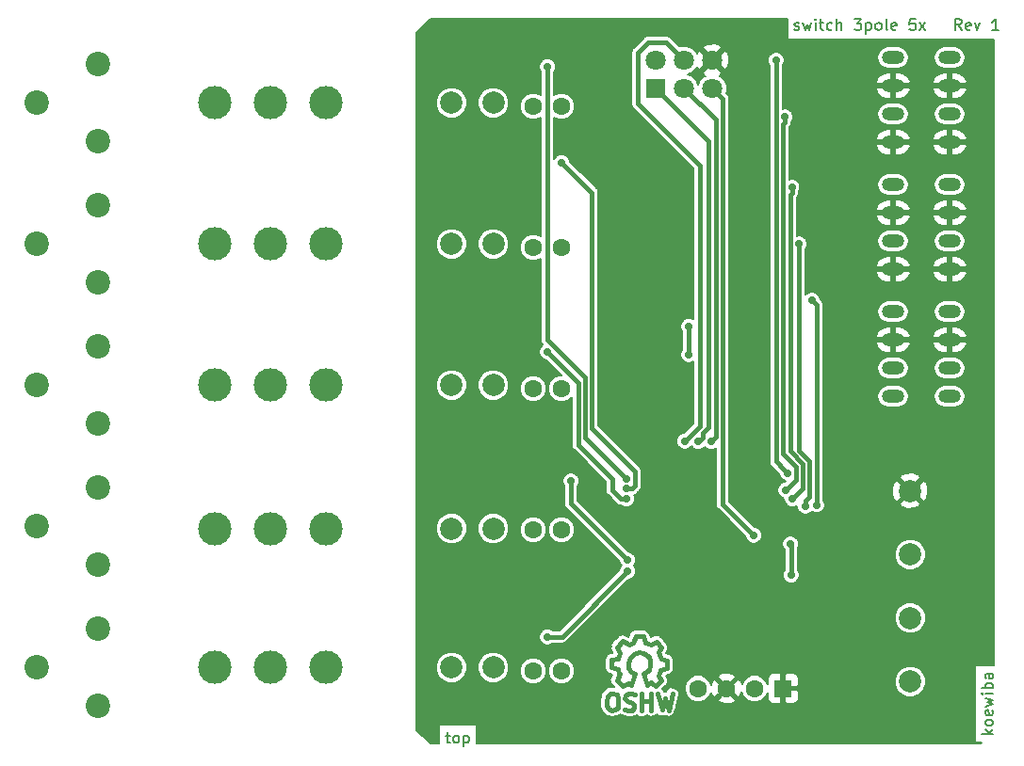
<source format=gbr>
G04 #@! TF.GenerationSoftware,KiCad,Pcbnew,5.0.0-fee4fd1~66~ubuntu16.04.1*
G04 #@! TF.CreationDate,2018-09-19T21:09:30+02:00*
G04 #@! TF.ProjectId,switch_3pole_5x,7377697463685F33706F6C655F35782E,1*
G04 #@! TF.SameCoordinates,Original*
G04 #@! TF.FileFunction,Copper,L1,Top,Signal*
G04 #@! TF.FilePolarity,Positive*
%FSLAX46Y46*%
G04 Gerber Fmt 4.6, Leading zero omitted, Abs format (unit mm)*
G04 Created by KiCad (PCBNEW 5.0.0-fee4fd1~66~ubuntu16.04.1) date Wed Sep 19 21:09:30 2018*
%MOMM*%
%LPD*%
G01*
G04 APERTURE LIST*
G04 #@! TA.AperFunction,NonConductor*
%ADD10C,0.200000*%
G04 #@! TD*
G04 #@! TA.AperFunction,EtchedComponent*
%ADD11C,0.381000*%
G04 #@! TD*
G04 #@! TA.AperFunction,ComponentPad*
%ADD12C,1.600000*%
G04 #@! TD*
G04 #@! TA.AperFunction,ComponentPad*
%ADD13R,1.600000X1.600000*%
G04 #@! TD*
G04 #@! TA.AperFunction,ComponentPad*
%ADD14C,3.000000*%
G04 #@! TD*
G04 #@! TA.AperFunction,ComponentPad*
%ADD15C,2.000000*%
G04 #@! TD*
G04 #@! TA.AperFunction,ComponentPad*
%ADD16R,1.800000X1.800000*%
G04 #@! TD*
G04 #@! TA.AperFunction,ComponentPad*
%ADD17C,1.800000*%
G04 #@! TD*
G04 #@! TA.AperFunction,ComponentPad*
%ADD18O,2.000000X1.200000*%
G04 #@! TD*
G04 #@! TA.AperFunction,ComponentPad*
%ADD19C,2.200000*%
G04 #@! TD*
G04 #@! TA.AperFunction,ViaPad*
%ADD20C,1.000000*%
G04 #@! TD*
G04 #@! TA.AperFunction,ViaPad*
%ADD21C,0.700000*%
G04 #@! TD*
G04 #@! TA.AperFunction,Conductor*
%ADD22C,0.400000*%
G04 #@! TD*
G04 #@! TA.AperFunction,Conductor*
%ADD23C,0.200000*%
G04 #@! TD*
G04 APERTURE END LIST*
D10*
X142414761Y-115355714D02*
X142795714Y-115355714D01*
X142557619Y-115022380D02*
X142557619Y-115879523D01*
X142605238Y-115974761D01*
X142700476Y-116022380D01*
X142795714Y-116022380D01*
X143271904Y-116022380D02*
X143176666Y-115974761D01*
X143129047Y-115927142D01*
X143081428Y-115831904D01*
X143081428Y-115546190D01*
X143129047Y-115450952D01*
X143176666Y-115403333D01*
X143271904Y-115355714D01*
X143414761Y-115355714D01*
X143510000Y-115403333D01*
X143557619Y-115450952D01*
X143605238Y-115546190D01*
X143605238Y-115831904D01*
X143557619Y-115927142D01*
X143510000Y-115974761D01*
X143414761Y-116022380D01*
X143271904Y-116022380D01*
X144033809Y-115355714D02*
X144033809Y-116355714D01*
X144033809Y-115403333D02*
X144129047Y-115355714D01*
X144319523Y-115355714D01*
X144414761Y-115403333D01*
X144462380Y-115450952D01*
X144510000Y-115546190D01*
X144510000Y-115831904D01*
X144462380Y-115927142D01*
X144414761Y-115974761D01*
X144319523Y-116022380D01*
X144129047Y-116022380D01*
X144033809Y-115974761D01*
X191587380Y-115201904D02*
X190587380Y-115201904D01*
X191206428Y-115106666D02*
X191587380Y-114820952D01*
X190920714Y-114820952D02*
X191301666Y-115201904D01*
X191587380Y-114249523D02*
X191539761Y-114344761D01*
X191492142Y-114392380D01*
X191396904Y-114440000D01*
X191111190Y-114440000D01*
X191015952Y-114392380D01*
X190968333Y-114344761D01*
X190920714Y-114249523D01*
X190920714Y-114106666D01*
X190968333Y-114011428D01*
X191015952Y-113963809D01*
X191111190Y-113916190D01*
X191396904Y-113916190D01*
X191492142Y-113963809D01*
X191539761Y-114011428D01*
X191587380Y-114106666D01*
X191587380Y-114249523D01*
X191539761Y-113106666D02*
X191587380Y-113201904D01*
X191587380Y-113392380D01*
X191539761Y-113487619D01*
X191444523Y-113535238D01*
X191063571Y-113535238D01*
X190968333Y-113487619D01*
X190920714Y-113392380D01*
X190920714Y-113201904D01*
X190968333Y-113106666D01*
X191063571Y-113059047D01*
X191158809Y-113059047D01*
X191254047Y-113535238D01*
X190920714Y-112725714D02*
X191587380Y-112535238D01*
X191111190Y-112344761D01*
X191587380Y-112154285D01*
X190920714Y-111963809D01*
X191587380Y-111582857D02*
X190920714Y-111582857D01*
X190587380Y-111582857D02*
X190635000Y-111630476D01*
X190682619Y-111582857D01*
X190635000Y-111535238D01*
X190587380Y-111582857D01*
X190682619Y-111582857D01*
X191587380Y-111106666D02*
X190587380Y-111106666D01*
X190968333Y-111106666D02*
X190920714Y-111011428D01*
X190920714Y-110820952D01*
X190968333Y-110725714D01*
X191015952Y-110678095D01*
X191111190Y-110630476D01*
X191396904Y-110630476D01*
X191492142Y-110678095D01*
X191539761Y-110725714D01*
X191587380Y-110820952D01*
X191587380Y-111011428D01*
X191539761Y-111106666D01*
X191587380Y-109773333D02*
X191063571Y-109773333D01*
X190968333Y-109820952D01*
X190920714Y-109916190D01*
X190920714Y-110106666D01*
X190968333Y-110201904D01*
X191539761Y-109773333D02*
X191587380Y-109868571D01*
X191587380Y-110106666D01*
X191539761Y-110201904D01*
X191444523Y-110249523D01*
X191349285Y-110249523D01*
X191254047Y-110201904D01*
X191206428Y-110106666D01*
X191206428Y-109868571D01*
X191158809Y-109773333D01*
X173751190Y-51839761D02*
X173846428Y-51887380D01*
X174036904Y-51887380D01*
X174132142Y-51839761D01*
X174179761Y-51744523D01*
X174179761Y-51696904D01*
X174132142Y-51601666D01*
X174036904Y-51554047D01*
X173894047Y-51554047D01*
X173798809Y-51506428D01*
X173751190Y-51411190D01*
X173751190Y-51363571D01*
X173798809Y-51268333D01*
X173894047Y-51220714D01*
X174036904Y-51220714D01*
X174132142Y-51268333D01*
X174513095Y-51220714D02*
X174703571Y-51887380D01*
X174894047Y-51411190D01*
X175084523Y-51887380D01*
X175274999Y-51220714D01*
X175655952Y-51887380D02*
X175655952Y-51220714D01*
X175655952Y-50887380D02*
X175608333Y-50935000D01*
X175655952Y-50982619D01*
X175703571Y-50935000D01*
X175655952Y-50887380D01*
X175655952Y-50982619D01*
X175989285Y-51220714D02*
X176370238Y-51220714D01*
X176132142Y-50887380D02*
X176132142Y-51744523D01*
X176179761Y-51839761D01*
X176274999Y-51887380D01*
X176370238Y-51887380D01*
X177132142Y-51839761D02*
X177036904Y-51887380D01*
X176846428Y-51887380D01*
X176751190Y-51839761D01*
X176703571Y-51792142D01*
X176655952Y-51696904D01*
X176655952Y-51411190D01*
X176703571Y-51315952D01*
X176751190Y-51268333D01*
X176846428Y-51220714D01*
X177036904Y-51220714D01*
X177132142Y-51268333D01*
X177560714Y-51887380D02*
X177560714Y-50887380D01*
X177989285Y-51887380D02*
X177989285Y-51363571D01*
X177941666Y-51268333D01*
X177846428Y-51220714D01*
X177703571Y-51220714D01*
X177608333Y-51268333D01*
X177560714Y-51315952D01*
X179132142Y-50887380D02*
X179751190Y-50887380D01*
X179417857Y-51268333D01*
X179560714Y-51268333D01*
X179655952Y-51315952D01*
X179703571Y-51363571D01*
X179751190Y-51458809D01*
X179751190Y-51696904D01*
X179703571Y-51792142D01*
X179655952Y-51839761D01*
X179560714Y-51887380D01*
X179274999Y-51887380D01*
X179179761Y-51839761D01*
X179132142Y-51792142D01*
X180179761Y-51220714D02*
X180179761Y-52220714D01*
X180179761Y-51268333D02*
X180274999Y-51220714D01*
X180465476Y-51220714D01*
X180560714Y-51268333D01*
X180608333Y-51315952D01*
X180655952Y-51411190D01*
X180655952Y-51696904D01*
X180608333Y-51792142D01*
X180560714Y-51839761D01*
X180465476Y-51887380D01*
X180274999Y-51887380D01*
X180179761Y-51839761D01*
X181227380Y-51887380D02*
X181132142Y-51839761D01*
X181084523Y-51792142D01*
X181036904Y-51696904D01*
X181036904Y-51411190D01*
X181084523Y-51315952D01*
X181132142Y-51268333D01*
X181227380Y-51220714D01*
X181370238Y-51220714D01*
X181465476Y-51268333D01*
X181513095Y-51315952D01*
X181560714Y-51411190D01*
X181560714Y-51696904D01*
X181513095Y-51792142D01*
X181465476Y-51839761D01*
X181370238Y-51887380D01*
X181227380Y-51887380D01*
X182132142Y-51887380D02*
X182036904Y-51839761D01*
X181989285Y-51744523D01*
X181989285Y-50887380D01*
X182894047Y-51839761D02*
X182798809Y-51887380D01*
X182608333Y-51887380D01*
X182513095Y-51839761D01*
X182465476Y-51744523D01*
X182465476Y-51363571D01*
X182513095Y-51268333D01*
X182608333Y-51220714D01*
X182798809Y-51220714D01*
X182894047Y-51268333D01*
X182941666Y-51363571D01*
X182941666Y-51458809D01*
X182465476Y-51554047D01*
X184608333Y-50887380D02*
X184132142Y-50887380D01*
X184084523Y-51363571D01*
X184132142Y-51315952D01*
X184227380Y-51268333D01*
X184465476Y-51268333D01*
X184560714Y-51315952D01*
X184608333Y-51363571D01*
X184655952Y-51458809D01*
X184655952Y-51696904D01*
X184608333Y-51792142D01*
X184560714Y-51839761D01*
X184465476Y-51887380D01*
X184227380Y-51887380D01*
X184132142Y-51839761D01*
X184084523Y-51792142D01*
X184989285Y-51887380D02*
X185513095Y-51220714D01*
X184989285Y-51220714D02*
X185513095Y-51887380D01*
X188751190Y-51887380D02*
X188417857Y-51411190D01*
X188179761Y-51887380D02*
X188179761Y-50887380D01*
X188560714Y-50887380D01*
X188655952Y-50935000D01*
X188703571Y-50982619D01*
X188751190Y-51077857D01*
X188751190Y-51220714D01*
X188703571Y-51315952D01*
X188655952Y-51363571D01*
X188560714Y-51411190D01*
X188179761Y-51411190D01*
X189560714Y-51839761D02*
X189465476Y-51887380D01*
X189274999Y-51887380D01*
X189179761Y-51839761D01*
X189132142Y-51744523D01*
X189132142Y-51363571D01*
X189179761Y-51268333D01*
X189274999Y-51220714D01*
X189465476Y-51220714D01*
X189560714Y-51268333D01*
X189608333Y-51363571D01*
X189608333Y-51458809D01*
X189132142Y-51554047D01*
X189941666Y-51220714D02*
X190179761Y-51887380D01*
X190417857Y-51220714D01*
X192084523Y-51887380D02*
X191513095Y-51887380D01*
X191798809Y-51887380D02*
X191798809Y-50887380D01*
X191703571Y-51030238D01*
X191608333Y-51125476D01*
X191513095Y-51173095D01*
D11*
G04 #@! TO.C,LOGO1*
X160155520Y-109794160D02*
X160554300Y-110794920D01*
X159454480Y-109794160D02*
X159103960Y-110794920D01*
X159103960Y-109596040D02*
X159454480Y-109794160D01*
X158855040Y-109293780D02*
X159103960Y-109596040D01*
X158804240Y-108795940D02*
X158855040Y-109293780D01*
X158954100Y-108343820D02*
X158804240Y-108795940D01*
X159355420Y-107995840D02*
X158954100Y-108343820D01*
X159754200Y-107894240D02*
X159355420Y-107995840D01*
X160203780Y-107945040D02*
X159754200Y-107894240D01*
X160655900Y-108295560D02*
X160203780Y-107945040D01*
X160805760Y-108646080D02*
X160655900Y-108295560D01*
X160805760Y-109044860D02*
X160805760Y-108646080D01*
X160655900Y-109446180D02*
X160805760Y-109044860D01*
X160455240Y-109644300D02*
X160655900Y-109446180D01*
X160155520Y-109794160D02*
X160455240Y-109644300D01*
X157874600Y-109415700D02*
X158014300Y-109814480D01*
X157315800Y-109215040D02*
X157874600Y-109415700D01*
X157325960Y-108514000D02*
X157315800Y-109215040D01*
X157874600Y-108414940D02*
X157325960Y-108514000D01*
X158044780Y-107934880D02*
X157874600Y-108414940D01*
X157795860Y-107393860D02*
X158044780Y-107934880D01*
X158314020Y-106865540D02*
X157795860Y-107393860D01*
X158865200Y-107134780D02*
X158314020Y-106865540D01*
X159284300Y-106964600D02*
X158865200Y-107134780D01*
X159495120Y-106415960D02*
X159284300Y-106964600D01*
X160186000Y-106433740D02*
X159495120Y-106415960D01*
X160356180Y-106974760D02*
X160186000Y-106433740D01*
X160826080Y-107175420D02*
X160356180Y-106974760D01*
X161344240Y-106913800D02*
X160826080Y-107175420D01*
X161814140Y-107424340D02*
X161344240Y-106913800D01*
X161544900Y-107894240D02*
X161814140Y-107424340D01*
X161745560Y-108465740D02*
X161544900Y-107894240D01*
X162304360Y-108605440D02*
X161745560Y-108465740D01*
X162304360Y-109286160D02*
X162304360Y-108605440D01*
X161694760Y-109474120D02*
X162304360Y-109286160D01*
X161504260Y-109944020D02*
X161694760Y-109474120D01*
X161786200Y-110424080D02*
X161504260Y-109944020D01*
X161313760Y-110914300D02*
X161786200Y-110424080D01*
X160874340Y-110584100D02*
X161313760Y-110914300D01*
X160544140Y-110774600D02*
X160874340Y-110584100D01*
X158824560Y-110634900D02*
X159103960Y-110794920D01*
X158303860Y-110904140D02*
X158824560Y-110634900D01*
X157765380Y-110385980D02*
X158303860Y-110904140D01*
X158024460Y-109824640D02*
X157765380Y-110385980D01*
X157765380Y-111683920D02*
X157404700Y-111554380D01*
X157874600Y-111965860D02*
X157765380Y-111683920D01*
X157925400Y-112374800D02*
X157874600Y-111965860D01*
X157854280Y-112834540D02*
X157925400Y-112374800D01*
X157635840Y-113014880D02*
X157854280Y-112834540D01*
X157325960Y-113086000D02*
X157635840Y-113014880D01*
X157074500Y-112964080D02*
X157325960Y-113086000D01*
X156873840Y-112644040D02*
X157074500Y-112964080D01*
X156845900Y-112296060D02*
X156873840Y-112644040D01*
X156934800Y-111805840D02*
X156845900Y-112296060D01*
X157176100Y-111564540D02*
X156934800Y-111805840D01*
X157425020Y-111544220D02*
X157176100Y-111564540D01*
X158814400Y-113103780D02*
X158463880Y-112994560D01*
X159134440Y-113075840D02*
X158814400Y-113103780D01*
X159365580Y-112854860D02*
X159134440Y-113075840D01*
X159324940Y-112555140D02*
X159365580Y-112854860D01*
X159144600Y-112395120D02*
X159324940Y-112555140D01*
X158755980Y-112265580D02*
X159144600Y-112395120D01*
X158514680Y-112024280D02*
X158755980Y-112265580D01*
X158545160Y-111755040D02*
X158514680Y-112024280D01*
X158783920Y-111554380D02*
X158545160Y-111755040D01*
X159103960Y-111564540D02*
X158783920Y-111554380D01*
X159454480Y-111645820D02*
X159103960Y-111564540D01*
X160005660Y-113113940D02*
X160015820Y-113103780D01*
X160005660Y-111544220D02*
X160005660Y-113113940D01*
X160894660Y-111554380D02*
X160894660Y-113096160D01*
X160854020Y-112275740D02*
X160854020Y-112265580D01*
X160843860Y-112265580D02*
X160854020Y-112275740D01*
X160053920Y-112275740D02*
X160843860Y-112265580D01*
X162423740Y-113065680D02*
X162764100Y-111615340D01*
X162113860Y-111993800D02*
X162423740Y-113065680D01*
X161834460Y-113055520D02*
X162113860Y-111993800D01*
X161473780Y-111584860D02*
X161834460Y-113055520D01*
G04 #@! TD*
D12*
G04 #@! TO.P,U7,4*
G04 #@! TO.N,+5V*
X165100000Y-111125000D03*
G04 #@! TO.P,U7,3*
G04 #@! TO.N,GND*
X167640000Y-111125000D03*
G04 #@! TO.P,U7,2*
G04 #@! TO.N,+24V*
X170180000Y-111125000D03*
D13*
G04 #@! TO.P,U7,1*
G04 #@! TO.N,GND*
X172720000Y-111125000D03*
G04 #@! TD*
D14*
G04 #@! TO.P,REL5,5*
G04 #@! TO.N,/Relays/RELAY_4_NO*
X121685000Y-109220000D03*
G04 #@! TO.P,REL5,4*
G04 #@! TO.N,/Relays/RELAY_4_COM*
X126685000Y-109220000D03*
G04 #@! TO.P,REL5,3*
G04 #@! TO.N,/Relays/RELAY_4_NC*
X131685000Y-109220000D03*
D15*
G04 #@! TO.P,REL5,2*
G04 #@! TO.N,+24V*
X142935000Y-109220000D03*
G04 #@! TO.P,REL5,1*
G04 #@! TO.N,Net-(D10-Pad2)*
X146685000Y-109220000D03*
G04 #@! TD*
D14*
G04 #@! TO.P,REL1,5*
G04 #@! TO.N,/Relays/RELAY_0_NO*
X121685000Y-58420000D03*
G04 #@! TO.P,REL1,4*
G04 #@! TO.N,/Relays/RELAY_0_COM*
X126685000Y-58420000D03*
G04 #@! TO.P,REL1,3*
G04 #@! TO.N,/Relays/RELAY_0_NC*
X131685000Y-58420000D03*
D15*
G04 #@! TO.P,REL1,2*
G04 #@! TO.N,+24V*
X142935000Y-58420000D03*
G04 #@! TO.P,REL1,1*
G04 #@! TO.N,Net-(D1-Pad1)*
X146685000Y-58420000D03*
G04 #@! TD*
D14*
G04 #@! TO.P,REL2,5*
G04 #@! TO.N,/Relays/RELAY_1_NO*
X121685000Y-71120000D03*
G04 #@! TO.P,REL2,4*
G04 #@! TO.N,/Relays/RELAY_1_COM*
X126685000Y-71120000D03*
G04 #@! TO.P,REL2,3*
G04 #@! TO.N,/Relays/RELAY_1_NC*
X131685000Y-71120000D03*
D15*
G04 #@! TO.P,REL2,2*
G04 #@! TO.N,+24V*
X142935000Y-71120000D03*
G04 #@! TO.P,REL2,1*
G04 #@! TO.N,Net-(D2-Pad1)*
X146685000Y-71120000D03*
G04 #@! TD*
D14*
G04 #@! TO.P,REL3,5*
G04 #@! TO.N,/Relays/RELAY_2_NO*
X121685000Y-83820000D03*
G04 #@! TO.P,REL3,4*
G04 #@! TO.N,/Relays/RELAY_2_COM*
X126685000Y-83820000D03*
G04 #@! TO.P,REL3,3*
G04 #@! TO.N,/Relays/RELAY_2_NC*
X131685000Y-83820000D03*
D15*
G04 #@! TO.P,REL3,2*
G04 #@! TO.N,+24V*
X142935000Y-83820000D03*
G04 #@! TO.P,REL3,1*
G04 #@! TO.N,Net-(D3-Pad1)*
X146685000Y-83820000D03*
G04 #@! TD*
D14*
G04 #@! TO.P,REL4,5*
G04 #@! TO.N,/Relays/RELAY_3_NO*
X121685000Y-96733542D03*
G04 #@! TO.P,REL4,4*
G04 #@! TO.N,/Relays/RELAY_3_COM*
X126685000Y-96733542D03*
G04 #@! TO.P,REL4,3*
G04 #@! TO.N,/Relays/RELAY_3_NC*
X131685000Y-96733542D03*
D15*
G04 #@! TO.P,REL4,2*
G04 #@! TO.N,+24V*
X142935000Y-96733542D03*
G04 #@! TO.P,REL4,1*
G04 #@! TO.N,Net-(D4-Pad1)*
X146685000Y-96733542D03*
G04 #@! TD*
D12*
G04 #@! TO.P,D6,2*
G04 #@! TO.N,Net-(D1-Pad1)*
X150280000Y-58730000D03*
G04 #@! TO.P,D6,1*
G04 #@! TO.N,Net-(D6-Pad1)*
X152820000Y-58730000D03*
G04 #@! TD*
G04 #@! TO.P,D7,2*
G04 #@! TO.N,Net-(D2-Pad1)*
X150280000Y-71430000D03*
G04 #@! TO.P,D7,1*
G04 #@! TO.N,Net-(D7-Pad1)*
X152820000Y-71430000D03*
G04 #@! TD*
G04 #@! TO.P,D8,2*
G04 #@! TO.N,Net-(D3-Pad1)*
X150280000Y-84130000D03*
G04 #@! TO.P,D8,1*
G04 #@! TO.N,Net-(D8-Pad1)*
X152820000Y-84130000D03*
G04 #@! TD*
G04 #@! TO.P,D9,2*
G04 #@! TO.N,Net-(D4-Pad1)*
X150280000Y-96830000D03*
G04 #@! TO.P,D9,1*
G04 #@! TO.N,Net-(D9-Pad1)*
X152820000Y-96830000D03*
G04 #@! TD*
G04 #@! TO.P,D10,2*
G04 #@! TO.N,Net-(D10-Pad2)*
X150280000Y-109530000D03*
G04 #@! TO.P,D10,1*
G04 #@! TO.N,Net-(D10-Pad1)*
X152820000Y-109530000D03*
G04 #@! TD*
D15*
G04 #@! TO.P,J16,1*
G04 #@! TO.N,GND*
X184150000Y-93345000D03*
G04 #@! TD*
G04 #@! TO.P,J13,1*
G04 #@! TO.N,Net-(F2-Pad2)*
X184150000Y-110490000D03*
G04 #@! TD*
G04 #@! TO.P,J14,1*
G04 #@! TO.N,/bus_atmega328_basic/A*
X184150000Y-104775000D03*
G04 #@! TD*
G04 #@! TO.P,J15,1*
G04 #@! TO.N,/bus_atmega328_basic/B*
X184150000Y-99060000D03*
G04 #@! TD*
D16*
G04 #@! TO.P,J12,1*
G04 #@! TO.N,/bus_atmega328_basic/PB4_MISO*
X161290000Y-57150000D03*
D17*
G04 #@! TO.P,J12,2*
G04 #@! TO.N,+5V*
X161290000Y-54610000D03*
G04 #@! TO.P,J12,3*
G04 #@! TO.N,/bus_atmega328_basic/PB5_SCK*
X163830000Y-57150000D03*
G04 #@! TO.P,J12,4*
G04 #@! TO.N,/bus_atmega328_basic/PB3_MOSI*
X163830000Y-54610000D03*
G04 #@! TO.P,J12,5*
G04 #@! TO.N,/bus_atmega328_basic//RESET*
X166370000Y-57150000D03*
G04 #@! TO.P,J12,6*
G04 #@! TO.N,GND*
X166370000Y-54610000D03*
G04 #@! TD*
D18*
G04 #@! TO.P,J7,4*
G04 #@! TO.N,GND*
X182626000Y-61976000D03*
G04 #@! TO.P,J7,3*
G04 #@! TO.N,Net-(J7-Pad3)*
X182626000Y-59436000D03*
G04 #@! TO.P,J7,2*
G04 #@! TO.N,GND*
X182626000Y-56896000D03*
G04 #@! TO.P,J7,1*
G04 #@! TO.N,Net-(J7-Pad1)*
X182626000Y-54356000D03*
G04 #@! TO.P,J7,4*
G04 #@! TO.N,GND*
X187706000Y-61976000D03*
G04 #@! TO.P,J7,3*
G04 #@! TO.N,Net-(J7-Pad3)*
X187706000Y-59436000D03*
G04 #@! TO.P,J7,1*
G04 #@! TO.N,Net-(J7-Pad1)*
X187706000Y-54356000D03*
G04 #@! TO.P,J7,2*
G04 #@! TO.N,GND*
X187706000Y-56896000D03*
G04 #@! TD*
G04 #@! TO.P,J8,4*
G04 #@! TO.N,GND*
X182626000Y-73406000D03*
G04 #@! TO.P,J8,3*
G04 #@! TO.N,Net-(J8-Pad3)*
X182626000Y-70866000D03*
G04 #@! TO.P,J8,2*
G04 #@! TO.N,GND*
X182626000Y-68326000D03*
G04 #@! TO.P,J8,1*
G04 #@! TO.N,Net-(J8-Pad1)*
X182626000Y-65786000D03*
G04 #@! TO.P,J8,4*
G04 #@! TO.N,GND*
X187706000Y-73406000D03*
G04 #@! TO.P,J8,3*
G04 #@! TO.N,Net-(J8-Pad3)*
X187706000Y-70866000D03*
G04 #@! TO.P,J8,1*
G04 #@! TO.N,Net-(J8-Pad1)*
X187706000Y-65786000D03*
G04 #@! TO.P,J8,2*
G04 #@! TO.N,GND*
X187706000Y-68326000D03*
G04 #@! TD*
G04 #@! TO.P,J9,4*
G04 #@! TO.N,N/C*
X182626000Y-84836000D03*
G04 #@! TO.P,J9,3*
X182626000Y-82296000D03*
G04 #@! TO.P,J9,2*
G04 #@! TO.N,GND*
X182626000Y-79756000D03*
G04 #@! TO.P,J9,1*
G04 #@! TO.N,Net-(J9-Pad1)*
X182626000Y-77216000D03*
G04 #@! TO.P,J9,4*
G04 #@! TO.N,N/C*
X187706000Y-84836000D03*
G04 #@! TO.P,J9,3*
X187706000Y-82296000D03*
G04 #@! TO.P,J9,1*
G04 #@! TO.N,Net-(J9-Pad1)*
X187706000Y-77216000D03*
G04 #@! TO.P,J9,2*
G04 #@! TO.N,GND*
X187706000Y-79756000D03*
G04 #@! TD*
D19*
G04 #@! TO.P,J1,2*
G04 #@! TO.N,/Relays/RELAY_0_NO*
X105640000Y-58420000D03*
G04 #@! TO.P,J1,3*
G04 #@! TO.N,/Relays/RELAY_0_COM*
X111140000Y-61920000D03*
G04 #@! TO.P,J1,1*
G04 #@! TO.N,/Relays/RELAY_0_NC*
X111140000Y-54920000D03*
G04 #@! TD*
G04 #@! TO.P,J2,2*
G04 #@! TO.N,/Relays/RELAY_1_NO*
X105640000Y-71120000D03*
G04 #@! TO.P,J2,3*
G04 #@! TO.N,/Relays/RELAY_1_COM*
X111140000Y-74620000D03*
G04 #@! TO.P,J2,1*
G04 #@! TO.N,/Relays/RELAY_1_NC*
X111140000Y-67620000D03*
G04 #@! TD*
G04 #@! TO.P,J3,2*
G04 #@! TO.N,/Relays/RELAY_2_NO*
X105640000Y-83820000D03*
G04 #@! TO.P,J3,3*
G04 #@! TO.N,/Relays/RELAY_2_COM*
X111140000Y-87320000D03*
G04 #@! TO.P,J3,1*
G04 #@! TO.N,/Relays/RELAY_2_NC*
X111140000Y-80320000D03*
G04 #@! TD*
G04 #@! TO.P,J4,2*
G04 #@! TO.N,/Relays/RELAY_3_NO*
X105640000Y-96520000D03*
G04 #@! TO.P,J4,3*
G04 #@! TO.N,/Relays/RELAY_3_COM*
X111140000Y-100020000D03*
G04 #@! TO.P,J4,1*
G04 #@! TO.N,/Relays/RELAY_3_NC*
X111140000Y-93020000D03*
G04 #@! TD*
G04 #@! TO.P,J5,2*
G04 #@! TO.N,/Relays/RELAY_4_NO*
X105640000Y-109220000D03*
G04 #@! TO.P,J5,3*
G04 #@! TO.N,/Relays/RELAY_4_COM*
X111140000Y-112720000D03*
G04 #@! TO.P,J5,1*
G04 #@! TO.N,/Relays/RELAY_4_NC*
X111140000Y-105720000D03*
G04 #@! TD*
D20*
G04 #@! TO.N,GND*
X156845000Y-107315000D03*
X162560000Y-104775000D03*
D21*
X165561446Y-93480450D03*
D20*
X184785000Y-102235000D03*
X182245000Y-88900000D03*
D21*
X162560000Y-98806000D03*
X162560000Y-97282000D03*
D20*
X156846153Y-84447541D03*
X149010000Y-106482000D03*
X147486000Y-81336000D03*
X149010000Y-55174000D03*
X149010000Y-68382002D03*
X149010000Y-93528000D03*
D21*
X161456000Y-74732000D03*
D20*
X178220000Y-102926000D03*
D21*
G04 #@! TO.N,/bus_atmega328_basic/PB4_MISO*
X165113985Y-88922212D03*
G04 #@! TO.N,/bus_atmega328_basic/PB5_SCK*
X166253965Y-88898947D03*
G04 #@! TO.N,/bus_atmega328_basic/PB3_MOSI*
X163895996Y-88864004D03*
G04 #@! TO.N,/bus_atmega328_basic/RXD0*
X173460184Y-100917998D03*
X173405990Y-98118834D03*
G04 #@! TO.N,/bus_atmega328_basic//RESET*
X170092000Y-97338000D03*
G04 #@! TO.N,//button_0*
X172085000Y-54610000D03*
X173140000Y-91750000D03*
G04 #@! TO.N,//button_1*
X172967968Y-93279243D03*
X172885010Y-59690000D03*
G04 #@! TO.N,//button_2*
X173568348Y-94073493D03*
X173520010Y-66040000D03*
G04 #@! TO.N,//button_3*
X174732490Y-94705789D03*
X174155010Y-71120000D03*
G04 #@! TO.N,//button_4*
X175728044Y-94611460D03*
X175325010Y-76200000D03*
G04 #@! TO.N,/relay_0*
X158661998Y-92258000D03*
X151549996Y-55174000D03*
G04 #@! TO.N,/relay_1*
X152820000Y-63810000D03*
X158646972Y-93157886D03*
G04 #@! TO.N,/relay_2*
X151550000Y-80827992D03*
X158662368Y-94057766D03*
G04 #@! TO.N,/relay_3*
X153670000Y-92456000D03*
X158750000Y-99568000D03*
G04 #@! TO.N,/relay_4*
X158750000Y-100584000D03*
X151550000Y-106482000D03*
G04 #@! TO.N,/bus_atmega328_basic/MOSI*
X164250000Y-78542000D03*
X164250000Y-81082000D03*
G04 #@! TD*
D22*
G04 #@! TO.N,/bus_atmega328_basic/PB4_MISO*
X165513984Y-88522213D02*
X165113985Y-88922212D01*
X166013934Y-61873934D02*
X166013934Y-87594609D01*
X166013934Y-87594609D02*
X165513984Y-88094559D01*
X165513984Y-88094559D02*
X165513984Y-88522213D01*
X161290000Y-57150000D02*
X166013934Y-61873934D01*
G04 #@! TO.N,/bus_atmega328_basic/PB5_SCK*
X163830000Y-57150000D02*
X166653964Y-59973964D01*
X166653964Y-59973964D02*
X166653964Y-88498948D01*
X166653964Y-88498948D02*
X166253965Y-88898947D01*
G04 #@! TO.N,/bus_atmega328_basic/PB3_MOSI*
X165266000Y-87494000D02*
X163895996Y-88864004D01*
X159682936Y-58496650D02*
X165266000Y-64079714D01*
X165266000Y-64079714D02*
X165266000Y-87494000D01*
X163830000Y-54610000D02*
X162236833Y-53016833D01*
X159682936Y-53941120D02*
X159682936Y-58496650D01*
X162236833Y-53016833D02*
X160607223Y-53016833D01*
X160607223Y-53016833D02*
X159682936Y-53941120D01*
G04 #@! TO.N,/bus_atmega328_basic/RXD0*
X173460184Y-100917998D02*
X173460184Y-98173028D01*
X173460184Y-98173028D02*
X173405990Y-98118834D01*
G04 #@! TO.N,/bus_atmega328_basic//RESET*
X167298000Y-94544000D02*
X170092000Y-97338000D01*
X167298000Y-58078000D02*
X167298000Y-94544000D01*
X166370000Y-57150000D02*
X167298000Y-58078000D01*
G04 #@! TO.N,//button_0*
X172790001Y-91400001D02*
X173140000Y-91750000D01*
X172085000Y-54610000D02*
X172085000Y-90695000D01*
X172085000Y-90695000D02*
X172790001Y-91400001D01*
G04 #@! TO.N,//button_1*
X172720000Y-60349984D02*
X172720000Y-89965996D01*
X172885010Y-59690000D02*
X172885010Y-60184974D01*
X173890002Y-91135998D02*
X173890002Y-92357209D01*
X173890002Y-92357209D02*
X173317967Y-92929244D01*
X172720000Y-89965996D02*
X173890002Y-91135998D01*
X172885010Y-60184974D02*
X172720000Y-60349984D01*
X173317967Y-92929244D02*
X172967968Y-93279243D01*
G04 #@! TO.N,//button_2*
X173520010Y-66534974D02*
X173355000Y-66699984D01*
X173355000Y-89752453D02*
X174490013Y-90887466D01*
X173918347Y-93723494D02*
X173568348Y-94073493D01*
X173520010Y-66040000D02*
X173520010Y-66534974D01*
X174490013Y-93151828D02*
X173918347Y-93723494D01*
X173355000Y-66699984D02*
X173355000Y-89752453D01*
X174490013Y-90887466D02*
X174490013Y-93151828D01*
G04 #@! TO.N,//button_3*
X174732490Y-94210815D02*
X174732490Y-94705789D01*
X175090024Y-93853281D02*
X174732490Y-94210815D01*
X175090024Y-90638934D02*
X175090024Y-93853281D01*
X174155010Y-71120000D02*
X174155010Y-89703920D01*
X174155010Y-89703920D02*
X175090024Y-90638934D01*
G04 #@! TO.N,//button_4*
X175728044Y-76603034D02*
X175728044Y-94116486D01*
X175325010Y-76200000D02*
X175728044Y-76603034D01*
X175728044Y-94116486D02*
X175728044Y-94611460D01*
G04 #@! TO.N,/relay_0*
X151549996Y-79725454D02*
X151549996Y-55668974D01*
X154944011Y-88540013D02*
X154944011Y-83119469D01*
X151549996Y-55668974D02*
X151549996Y-55174000D01*
X158661998Y-92258000D02*
X154944011Y-88540013D01*
X154944011Y-83119469D02*
X151549996Y-79725454D01*
G04 #@! TO.N,/relay_1*
X155544022Y-87727460D02*
X159424000Y-91607438D01*
X159424000Y-91607438D02*
X159424000Y-92875832D01*
X159141946Y-93157886D02*
X158646972Y-93157886D01*
X159424000Y-92875832D02*
X159141946Y-93157886D01*
X155544022Y-66534022D02*
X155544022Y-87727460D01*
X152820000Y-63810000D02*
X155544022Y-66534022D01*
G04 #@! TO.N,/relay_2*
X151550000Y-80827992D02*
X154344000Y-83621992D01*
X154344000Y-83621992D02*
X154344000Y-89210000D01*
X154344000Y-89210000D02*
X157392000Y-92258000D01*
X158167394Y-94057766D02*
X158662368Y-94057766D01*
X158167347Y-94057766D02*
X158167394Y-94057766D01*
X157392000Y-93282419D02*
X158167347Y-94057766D01*
X157392000Y-92258000D02*
X157392000Y-93282419D01*
G04 #@! TO.N,/relay_3*
X158750000Y-99568000D02*
X153670000Y-94488000D01*
X153670000Y-94488000D02*
X153670000Y-92456000D01*
G04 #@! TO.N,/relay_4*
X158750000Y-100584000D02*
X152852000Y-106482000D01*
X152044974Y-106482000D02*
X151550000Y-106482000D01*
X152852000Y-106482000D02*
X152044974Y-106482000D01*
G04 #@! TO.N,/bus_atmega328_basic/MOSI*
X164250000Y-78542000D02*
X164250000Y-81082000D01*
G04 #@! TD*
D23*
G04 #@! TO.N,GND*
G36*
X173090714Y-52765000D02*
X191670000Y-52765000D01*
X191670000Y-109065238D01*
X189965000Y-109065238D01*
X189965000Y-115970000D01*
X190593578Y-115970000D01*
X190458578Y-116105000D01*
X145200476Y-116105000D01*
X145200476Y-114400000D01*
X141819524Y-114400000D01*
X141819524Y-116105000D01*
X141011422Y-116105000D01*
X139800000Y-114893578D01*
X139800000Y-112285351D01*
X156252640Y-112285351D01*
X156255802Y-112324737D01*
X156257477Y-112423510D01*
X156265152Y-112441186D01*
X156282654Y-112659161D01*
X156280182Y-112744312D01*
X156312798Y-112830007D01*
X156337827Y-112918220D01*
X156390675Y-112985039D01*
X156569560Y-113270349D01*
X156624511Y-113364072D01*
X156678854Y-113405196D01*
X156725623Y-113454762D01*
X156824734Y-113499227D01*
X156986766Y-113577789D01*
X157006254Y-113596169D01*
X157091718Y-113628675D01*
X157120670Y-113642712D01*
X157145976Y-113649311D01*
X157225824Y-113679681D01*
X157258740Y-113678718D01*
X157290606Y-113687028D01*
X157375234Y-113675310D01*
X157401368Y-113674545D01*
X157432718Y-113667350D01*
X157523301Y-113654807D01*
X157546413Y-113641256D01*
X157732063Y-113598648D01*
X157812294Y-113590509D01*
X157897030Y-113544898D01*
X157984829Y-113505483D01*
X158040163Y-113446813D01*
X158058147Y-113431966D01*
X158078437Y-113457073D01*
X158232691Y-113541024D01*
X158582202Y-113649930D01*
X158633249Y-113677948D01*
X158693240Y-113684530D01*
X158694256Y-113684846D01*
X158751139Y-113690882D01*
X158807821Y-113697100D01*
X158808877Y-113697008D01*
X158868896Y-113703376D01*
X158924747Y-113686892D01*
X159095117Y-113672018D01*
X159120914Y-113677755D01*
X159211332Y-113661873D01*
X159243731Y-113659044D01*
X159268491Y-113651832D01*
X159352286Y-113637113D01*
X159380377Y-113619243D01*
X159412344Y-113609932D01*
X159478705Y-113556692D01*
X159500464Y-113542850D01*
X159523973Y-113520374D01*
X159552013Y-113497879D01*
X159579934Y-113539666D01*
X159677792Y-113605052D01*
X159775260Y-113670178D01*
X160005660Y-113716008D01*
X160236061Y-113670178D01*
X160374903Y-113577407D01*
X160382084Y-113572609D01*
X160382085Y-113572608D01*
X160431386Y-113539666D01*
X160456101Y-113502678D01*
X160468935Y-113521886D01*
X160664260Y-113652398D01*
X160894660Y-113698228D01*
X161125061Y-113652398D01*
X161320386Y-113521886D01*
X161376937Y-113437251D01*
X161412837Y-113470114D01*
X161470087Y-113534808D01*
X161498814Y-113548815D01*
X161522391Y-113570397D01*
X161603589Y-113599903D01*
X161681238Y-113637764D01*
X161713140Y-113639712D01*
X161743181Y-113650628D01*
X161829488Y-113646815D01*
X161915716Y-113652079D01*
X161945935Y-113641670D01*
X161977867Y-113640259D01*
X162056145Y-113603708D01*
X162119810Y-113581778D01*
X162132997Y-113592893D01*
X162211348Y-113617786D01*
X162286187Y-113651824D01*
X162322379Y-113653060D01*
X162356884Y-113664023D01*
X162438794Y-113657038D01*
X162520963Y-113659845D01*
X162554869Y-113647139D01*
X162590950Y-113644062D01*
X162663956Y-113606260D01*
X162740940Y-113577411D01*
X162767405Y-113552694D01*
X162799558Y-113536046D01*
X162852538Y-113473187D01*
X162912626Y-113417070D01*
X162927618Y-113384108D01*
X162950953Y-113356422D01*
X162975845Y-113278073D01*
X162985335Y-113257208D01*
X162993421Y-113222752D01*
X163022084Y-113132534D01*
X163020087Y-113109121D01*
X163352268Y-111693634D01*
X163358265Y-111518116D01*
X163275831Y-111298140D01*
X163115490Y-111126454D01*
X162901653Y-111029196D01*
X162666876Y-111021175D01*
X162446899Y-111103609D01*
X162275214Y-111263950D01*
X162211022Y-111405085D01*
X162180715Y-111395456D01*
X162106725Y-111401766D01*
X162035814Y-111397437D01*
X162033432Y-111387726D01*
X161959128Y-111228600D01*
X161891026Y-111166261D01*
X162160828Y-110886305D01*
X163900000Y-110886305D01*
X163900000Y-111363695D01*
X164082689Y-111804745D01*
X164420255Y-112142311D01*
X164861305Y-112325000D01*
X165338695Y-112325000D01*
X165779745Y-112142311D01*
X165787087Y-112134969D01*
X166847820Y-112134969D01*
X166925643Y-112370229D01*
X167456548Y-112548815D01*
X168015382Y-112510637D01*
X168354357Y-112370229D01*
X168432180Y-112134969D01*
X167640000Y-111342789D01*
X166847820Y-112134969D01*
X165787087Y-112134969D01*
X166117311Y-111804745D01*
X166252808Y-111477626D01*
X166254363Y-111500382D01*
X166394771Y-111839357D01*
X166630031Y-111917180D01*
X167422211Y-111125000D01*
X167857789Y-111125000D01*
X168649969Y-111917180D01*
X168885229Y-111839357D01*
X169015998Y-111450603D01*
X169162689Y-111804745D01*
X169500255Y-112142311D01*
X169941305Y-112325000D01*
X170418695Y-112325000D01*
X170859745Y-112142311D01*
X171197311Y-111804745D01*
X171312000Y-111527861D01*
X171312000Y-112045938D01*
X171404562Y-112269404D01*
X171575595Y-112440437D01*
X171799061Y-112533000D01*
X172414000Y-112533000D01*
X172566000Y-112381000D01*
X172566000Y-111279000D01*
X172874000Y-111279000D01*
X172874000Y-112381000D01*
X173026000Y-112533000D01*
X173640939Y-112533000D01*
X173864405Y-112440437D01*
X174035438Y-112269404D01*
X174128000Y-112045938D01*
X174128000Y-111431000D01*
X173976000Y-111279000D01*
X172874000Y-111279000D01*
X172566000Y-111279000D01*
X172546000Y-111279000D01*
X172546000Y-110971000D01*
X172566000Y-110971000D01*
X172566000Y-109869000D01*
X172874000Y-109869000D01*
X172874000Y-110971000D01*
X173976000Y-110971000D01*
X174128000Y-110819000D01*
X174128000Y-110211523D01*
X182750000Y-110211523D01*
X182750000Y-110768477D01*
X182963137Y-111283037D01*
X183356963Y-111676863D01*
X183871523Y-111890000D01*
X184428477Y-111890000D01*
X184943037Y-111676863D01*
X185336863Y-111283037D01*
X185550000Y-110768477D01*
X185550000Y-110211523D01*
X185336863Y-109696963D01*
X184943037Y-109303137D01*
X184428477Y-109090000D01*
X183871523Y-109090000D01*
X183356963Y-109303137D01*
X182963137Y-109696963D01*
X182750000Y-110211523D01*
X174128000Y-110211523D01*
X174128000Y-110204062D01*
X174035438Y-109980596D01*
X173864405Y-109809563D01*
X173640939Y-109717000D01*
X173026000Y-109717000D01*
X172874000Y-109869000D01*
X172566000Y-109869000D01*
X172414000Y-109717000D01*
X171799061Y-109717000D01*
X171575595Y-109809563D01*
X171404562Y-109980596D01*
X171312000Y-110204062D01*
X171312000Y-110722139D01*
X171197311Y-110445255D01*
X170859745Y-110107689D01*
X170418695Y-109925000D01*
X169941305Y-109925000D01*
X169500255Y-110107689D01*
X169162689Y-110445255D01*
X169027192Y-110772374D01*
X169025637Y-110749618D01*
X168885229Y-110410643D01*
X168649969Y-110332820D01*
X167857789Y-111125000D01*
X167422211Y-111125000D01*
X166630031Y-110332820D01*
X166394771Y-110410643D01*
X166264002Y-110799397D01*
X166117311Y-110445255D01*
X165787087Y-110115031D01*
X166847820Y-110115031D01*
X167640000Y-110907211D01*
X168432180Y-110115031D01*
X168354357Y-109879771D01*
X167823452Y-109701185D01*
X167264618Y-109739363D01*
X166925643Y-109879771D01*
X166847820Y-110115031D01*
X165787087Y-110115031D01*
X165779745Y-110107689D01*
X165338695Y-109925000D01*
X164861305Y-109925000D01*
X164420255Y-110107689D01*
X164082689Y-110445255D01*
X163900000Y-110886305D01*
X162160828Y-110886305D01*
X162195717Y-110850103D01*
X162266562Y-110787036D01*
X162302291Y-110713207D01*
X162346597Y-110644171D01*
X162353038Y-110608344D01*
X162368894Y-110575580D01*
X162373650Y-110493696D01*
X162388165Y-110412962D01*
X162380405Y-110377397D01*
X162382516Y-110341060D01*
X162355573Y-110263585D01*
X162338088Y-110183446D01*
X162283943Y-110105565D01*
X162186889Y-109940312D01*
X162449341Y-109859389D01*
X162534760Y-109842398D01*
X162609424Y-109792510D01*
X162688425Y-109749818D01*
X162706397Y-109727715D01*
X162730086Y-109711886D01*
X162779980Y-109637215D01*
X162836624Y-109567548D01*
X162844769Y-109540251D01*
X162860598Y-109516561D01*
X162878120Y-109428475D01*
X162903790Y-109342440D01*
X162894860Y-109255821D01*
X162894860Y-108619770D01*
X162899870Y-108516825D01*
X162874990Y-108447389D01*
X162860598Y-108375039D01*
X162835727Y-108337817D01*
X162820628Y-108295679D01*
X162771069Y-108241050D01*
X162730086Y-108179714D01*
X162692864Y-108154843D01*
X162662789Y-108121691D01*
X162596095Y-108090184D01*
X162534761Y-108049202D01*
X162433657Y-108029091D01*
X162197345Y-107970013D01*
X162191532Y-107953457D01*
X162310315Y-107746146D01*
X162360358Y-107677580D01*
X162382025Y-107588179D01*
X162411311Y-107500963D01*
X162409508Y-107474780D01*
X162415690Y-107449274D01*
X162401494Y-107358378D01*
X162395176Y-107266602D01*
X162383492Y-107243104D01*
X162379442Y-107217172D01*
X162331535Y-107138615D01*
X162290583Y-107056256D01*
X162226584Y-107000501D01*
X161794733Y-106531303D01*
X161736932Y-106457426D01*
X161664591Y-106416563D01*
X161597480Y-106367582D01*
X161563150Y-106359262D01*
X161532393Y-106341888D01*
X161449916Y-106331819D01*
X161369174Y-106312250D01*
X161334276Y-106317700D01*
X161299209Y-106313419D01*
X161219155Y-106335679D01*
X161137073Y-106348498D01*
X161057000Y-106397330D01*
X160829674Y-106512107D01*
X160761189Y-106294386D01*
X160747981Y-106217726D01*
X160695071Y-106133953D01*
X160647472Y-106047052D01*
X160632675Y-106035160D01*
X160622537Y-106019108D01*
X160541590Y-105961955D01*
X160464365Y-105899889D01*
X160446145Y-105894565D01*
X160430635Y-105883614D01*
X160333972Y-105861787D01*
X160238879Y-105834000D01*
X160161549Y-105842416D01*
X159553114Y-105826758D01*
X159479567Y-105814094D01*
X159379854Y-105836621D01*
X159279106Y-105853979D01*
X159265790Y-105862389D01*
X159250427Y-105865860D01*
X159166919Y-105924835D01*
X159080488Y-105979423D01*
X159071404Y-105992288D01*
X159058539Y-106001374D01*
X159003952Y-106087823D01*
X158944994Y-106171326D01*
X158928557Y-106244120D01*
X158843007Y-106466755D01*
X158606382Y-106351168D01*
X158539010Y-106307092D01*
X158444322Y-106289211D01*
X158351138Y-106264618D01*
X158329566Y-106267541D01*
X158308174Y-106263501D01*
X158213846Y-106283218D01*
X158118350Y-106296156D01*
X158099537Y-106307112D01*
X158078229Y-106311566D01*
X157998618Y-106365885D01*
X157915350Y-106414378D01*
X157866584Y-106478429D01*
X157408993Y-106944994D01*
X157354057Y-106984844D01*
X157297069Y-107077682D01*
X157237412Y-107168870D01*
X157235776Y-107177536D01*
X157231163Y-107185050D01*
X157214041Y-107292630D01*
X157193821Y-107399705D01*
X157195626Y-107408338D01*
X157194240Y-107417044D01*
X157219595Y-107523011D01*
X157241886Y-107629650D01*
X157280137Y-107685712D01*
X157380610Y-107904085D01*
X157335653Y-107912202D01*
X157334684Y-107911995D01*
X157220178Y-107933052D01*
X157163808Y-107943230D01*
X157162911Y-107943583D01*
X157103644Y-107954482D01*
X157054674Y-107986186D01*
X157000392Y-108007552D01*
X156957034Y-108049400D01*
X156906449Y-108082150D01*
X156873339Y-108130180D01*
X156831365Y-108170693D01*
X156807321Y-108225949D01*
X156773120Y-108275563D01*
X156760911Y-108332607D01*
X156737635Y-108386099D01*
X156736567Y-108446347D01*
X156736365Y-108447293D01*
X156735531Y-108504809D01*
X156733473Y-108620976D01*
X156733835Y-108621895D01*
X156725936Y-109166895D01*
X156714425Y-109243896D01*
X156738374Y-109339969D01*
X156756282Y-109437356D01*
X156766637Y-109453350D01*
X156771245Y-109471837D01*
X156830139Y-109551436D01*
X156883950Y-109634552D01*
X156899636Y-109645365D01*
X156910969Y-109660682D01*
X156995846Y-109711687D01*
X157077363Y-109767880D01*
X157153491Y-109784173D01*
X157358758Y-109857883D01*
X157246257Y-110101636D01*
X157204816Y-110166316D01*
X157187187Y-110264803D01*
X157163788Y-110362079D01*
X157166594Y-110379846D01*
X157163424Y-110397556D01*
X157184828Y-110495297D01*
X157200435Y-110594117D01*
X157209828Y-110609460D01*
X157213676Y-110627033D01*
X157270853Y-110709143D01*
X157323090Y-110794470D01*
X157385216Y-110839649D01*
X157509865Y-110959594D01*
X157434938Y-110950947D01*
X157387839Y-110954792D01*
X157375878Y-110953003D01*
X157359378Y-110957115D01*
X157210331Y-110969282D01*
X157176100Y-110962473D01*
X157094216Y-110978761D01*
X157070093Y-110980730D01*
X157037297Y-110990083D01*
X156945698Y-111008303D01*
X156925066Y-111022089D01*
X156901207Y-111028893D01*
X156828039Y-111086920D01*
X156799677Y-111105871D01*
X156782560Y-111122988D01*
X156717148Y-111174864D01*
X156700184Y-111205364D01*
X156596634Y-111308913D01*
X156591872Y-111310981D01*
X156513756Y-111391791D01*
X156476131Y-111429416D01*
X156473323Y-111433619D01*
X156428601Y-111479883D01*
X156408695Y-111530342D01*
X156378563Y-111575439D01*
X156366010Y-111638546D01*
X156364154Y-111643251D01*
X156354654Y-111695634D01*
X156332733Y-111805840D01*
X156333746Y-111810931D01*
X156282396Y-112094089D01*
X156273007Y-112110917D01*
X156261550Y-112209039D01*
X156254500Y-112247916D01*
X156254818Y-112266694D01*
X156252640Y-112285351D01*
X139800000Y-112285351D01*
X139800000Y-108941523D01*
X141535000Y-108941523D01*
X141535000Y-109498477D01*
X141748137Y-110013037D01*
X142141963Y-110406863D01*
X142656523Y-110620000D01*
X143213477Y-110620000D01*
X143728037Y-110406863D01*
X144121863Y-110013037D01*
X144335000Y-109498477D01*
X144335000Y-108941523D01*
X145285000Y-108941523D01*
X145285000Y-109498477D01*
X145498137Y-110013037D01*
X145891963Y-110406863D01*
X146406523Y-110620000D01*
X146963477Y-110620000D01*
X147478037Y-110406863D01*
X147871863Y-110013037D01*
X148085000Y-109498477D01*
X148085000Y-109291305D01*
X149080000Y-109291305D01*
X149080000Y-109768695D01*
X149262689Y-110209745D01*
X149600255Y-110547311D01*
X150041305Y-110730000D01*
X150518695Y-110730000D01*
X150959745Y-110547311D01*
X151297311Y-110209745D01*
X151480000Y-109768695D01*
X151480000Y-109291305D01*
X151620000Y-109291305D01*
X151620000Y-109768695D01*
X151802689Y-110209745D01*
X152140255Y-110547311D01*
X152581305Y-110730000D01*
X153058695Y-110730000D01*
X153499745Y-110547311D01*
X153837311Y-110209745D01*
X154020000Y-109768695D01*
X154020000Y-109291305D01*
X153837311Y-108850255D01*
X153499745Y-108512689D01*
X153058695Y-108330000D01*
X152581305Y-108330000D01*
X152140255Y-108512689D01*
X151802689Y-108850255D01*
X151620000Y-109291305D01*
X151480000Y-109291305D01*
X151297311Y-108850255D01*
X150959745Y-108512689D01*
X150518695Y-108330000D01*
X150041305Y-108330000D01*
X149600255Y-108512689D01*
X149262689Y-108850255D01*
X149080000Y-109291305D01*
X148085000Y-109291305D01*
X148085000Y-108941523D01*
X147871863Y-108426963D01*
X147478037Y-108033137D01*
X146963477Y-107820000D01*
X146406523Y-107820000D01*
X145891963Y-108033137D01*
X145498137Y-108426963D01*
X145285000Y-108941523D01*
X144335000Y-108941523D01*
X144121863Y-108426963D01*
X143728037Y-108033137D01*
X143213477Y-107820000D01*
X142656523Y-107820000D01*
X142141963Y-108033137D01*
X141748137Y-108426963D01*
X141535000Y-108941523D01*
X139800000Y-108941523D01*
X139800000Y-106332816D01*
X150800000Y-106332816D01*
X150800000Y-106631184D01*
X150914181Y-106906841D01*
X151125159Y-107117819D01*
X151400816Y-107232000D01*
X151699184Y-107232000D01*
X151974841Y-107117819D01*
X152010660Y-107082000D01*
X152792914Y-107082000D01*
X152852000Y-107093753D01*
X152911086Y-107082000D01*
X152911091Y-107082000D01*
X153086108Y-107047187D01*
X153284575Y-106914575D01*
X153318049Y-106864478D01*
X155686004Y-104496523D01*
X182750000Y-104496523D01*
X182750000Y-105053477D01*
X182963137Y-105568037D01*
X183356963Y-105961863D01*
X183871523Y-106175000D01*
X184428477Y-106175000D01*
X184943037Y-105961863D01*
X185336863Y-105568037D01*
X185550000Y-105053477D01*
X185550000Y-104496523D01*
X185336863Y-103981963D01*
X184943037Y-103588137D01*
X184428477Y-103375000D01*
X183871523Y-103375000D01*
X183356963Y-103588137D01*
X182963137Y-103981963D01*
X182750000Y-104496523D01*
X155686004Y-104496523D01*
X158848529Y-101334000D01*
X158899184Y-101334000D01*
X159174841Y-101219819D01*
X159385819Y-101008841D01*
X159500000Y-100733184D01*
X159500000Y-100434816D01*
X159385819Y-100159159D01*
X159302660Y-100076000D01*
X159385819Y-99992841D01*
X159500000Y-99717184D01*
X159500000Y-99418816D01*
X159385819Y-99143159D01*
X159174841Y-98932181D01*
X158899184Y-98818000D01*
X158848528Y-98818000D01*
X154270000Y-94239473D01*
X154270000Y-92916660D01*
X154305819Y-92880841D01*
X154420000Y-92605184D01*
X154420000Y-92306816D01*
X154305819Y-92031159D01*
X154094841Y-91820181D01*
X153819184Y-91706000D01*
X153520816Y-91706000D01*
X153245159Y-91820181D01*
X153034181Y-92031159D01*
X152920000Y-92306816D01*
X152920000Y-92605184D01*
X153034181Y-92880841D01*
X153070001Y-92916661D01*
X153070000Y-94428913D01*
X153058247Y-94488000D01*
X153070000Y-94547086D01*
X153070000Y-94547090D01*
X153104813Y-94722107D01*
X153237425Y-94920575D01*
X153287522Y-94954049D01*
X158000000Y-99666528D01*
X158000000Y-99717184D01*
X158114181Y-99992841D01*
X158197340Y-100076000D01*
X158114181Y-100159159D01*
X158000000Y-100434816D01*
X158000000Y-100485471D01*
X152603473Y-105882000D01*
X152010660Y-105882000D01*
X151974841Y-105846181D01*
X151699184Y-105732000D01*
X151400816Y-105732000D01*
X151125159Y-105846181D01*
X150914181Y-106057159D01*
X150800000Y-106332816D01*
X139800000Y-106332816D01*
X139800000Y-96455065D01*
X141535000Y-96455065D01*
X141535000Y-97012019D01*
X141748137Y-97526579D01*
X142141963Y-97920405D01*
X142656523Y-98133542D01*
X143213477Y-98133542D01*
X143728037Y-97920405D01*
X144121863Y-97526579D01*
X144335000Y-97012019D01*
X144335000Y-96455065D01*
X145285000Y-96455065D01*
X145285000Y-97012019D01*
X145498137Y-97526579D01*
X145891963Y-97920405D01*
X146406523Y-98133542D01*
X146963477Y-98133542D01*
X147478037Y-97920405D01*
X147871863Y-97526579D01*
X148085000Y-97012019D01*
X148085000Y-96591305D01*
X149080000Y-96591305D01*
X149080000Y-97068695D01*
X149262689Y-97509745D01*
X149600255Y-97847311D01*
X150041305Y-98030000D01*
X150518695Y-98030000D01*
X150959745Y-97847311D01*
X151297311Y-97509745D01*
X151480000Y-97068695D01*
X151480000Y-96591305D01*
X151620000Y-96591305D01*
X151620000Y-97068695D01*
X151802689Y-97509745D01*
X152140255Y-97847311D01*
X152581305Y-98030000D01*
X153058695Y-98030000D01*
X153499745Y-97847311D01*
X153837311Y-97509745D01*
X154020000Y-97068695D01*
X154020000Y-96591305D01*
X153837311Y-96150255D01*
X153499745Y-95812689D01*
X153058695Y-95630000D01*
X152581305Y-95630000D01*
X152140255Y-95812689D01*
X151802689Y-96150255D01*
X151620000Y-96591305D01*
X151480000Y-96591305D01*
X151297311Y-96150255D01*
X150959745Y-95812689D01*
X150518695Y-95630000D01*
X150041305Y-95630000D01*
X149600255Y-95812689D01*
X149262689Y-96150255D01*
X149080000Y-96591305D01*
X148085000Y-96591305D01*
X148085000Y-96455065D01*
X147871863Y-95940505D01*
X147478037Y-95546679D01*
X146963477Y-95333542D01*
X146406523Y-95333542D01*
X145891963Y-95546679D01*
X145498137Y-95940505D01*
X145285000Y-96455065D01*
X144335000Y-96455065D01*
X144121863Y-95940505D01*
X143728037Y-95546679D01*
X143213477Y-95333542D01*
X142656523Y-95333542D01*
X142141963Y-95546679D01*
X141748137Y-95940505D01*
X141535000Y-96455065D01*
X139800000Y-96455065D01*
X139800000Y-83541523D01*
X141535000Y-83541523D01*
X141535000Y-84098477D01*
X141748137Y-84613037D01*
X142141963Y-85006863D01*
X142656523Y-85220000D01*
X143213477Y-85220000D01*
X143728037Y-85006863D01*
X144121863Y-84613037D01*
X144335000Y-84098477D01*
X144335000Y-83541523D01*
X145285000Y-83541523D01*
X145285000Y-84098477D01*
X145498137Y-84613037D01*
X145891963Y-85006863D01*
X146406523Y-85220000D01*
X146963477Y-85220000D01*
X147478037Y-85006863D01*
X147871863Y-84613037D01*
X148085000Y-84098477D01*
X148085000Y-83891305D01*
X149080000Y-83891305D01*
X149080000Y-84368695D01*
X149262689Y-84809745D01*
X149600255Y-85147311D01*
X150041305Y-85330000D01*
X150518695Y-85330000D01*
X150959745Y-85147311D01*
X151297311Y-84809745D01*
X151480000Y-84368695D01*
X151480000Y-83891305D01*
X151297311Y-83450255D01*
X150959745Y-83112689D01*
X150518695Y-82930000D01*
X150041305Y-82930000D01*
X149600255Y-83112689D01*
X149262689Y-83450255D01*
X149080000Y-83891305D01*
X148085000Y-83891305D01*
X148085000Y-83541523D01*
X147871863Y-83026963D01*
X147478037Y-82633137D01*
X146963477Y-82420000D01*
X146406523Y-82420000D01*
X145891963Y-82633137D01*
X145498137Y-83026963D01*
X145285000Y-83541523D01*
X144335000Y-83541523D01*
X144121863Y-83026963D01*
X143728037Y-82633137D01*
X143213477Y-82420000D01*
X142656523Y-82420000D01*
X142141963Y-82633137D01*
X141748137Y-83026963D01*
X141535000Y-83541523D01*
X139800000Y-83541523D01*
X139800000Y-70841523D01*
X141535000Y-70841523D01*
X141535000Y-71398477D01*
X141748137Y-71913037D01*
X142141963Y-72306863D01*
X142656523Y-72520000D01*
X143213477Y-72520000D01*
X143728037Y-72306863D01*
X144121863Y-71913037D01*
X144335000Y-71398477D01*
X144335000Y-70841523D01*
X145285000Y-70841523D01*
X145285000Y-71398477D01*
X145498137Y-71913037D01*
X145891963Y-72306863D01*
X146406523Y-72520000D01*
X146963477Y-72520000D01*
X147478037Y-72306863D01*
X147871863Y-71913037D01*
X148085000Y-71398477D01*
X148085000Y-70841523D01*
X147871863Y-70326963D01*
X147478037Y-69933137D01*
X146963477Y-69720000D01*
X146406523Y-69720000D01*
X145891963Y-69933137D01*
X145498137Y-70326963D01*
X145285000Y-70841523D01*
X144335000Y-70841523D01*
X144121863Y-70326963D01*
X143728037Y-69933137D01*
X143213477Y-69720000D01*
X142656523Y-69720000D01*
X142141963Y-69933137D01*
X141748137Y-70326963D01*
X141535000Y-70841523D01*
X139800000Y-70841523D01*
X139800000Y-58141523D01*
X141535000Y-58141523D01*
X141535000Y-58698477D01*
X141748137Y-59213037D01*
X142141963Y-59606863D01*
X142656523Y-59820000D01*
X143213477Y-59820000D01*
X143728037Y-59606863D01*
X144121863Y-59213037D01*
X144335000Y-58698477D01*
X144335000Y-58141523D01*
X145285000Y-58141523D01*
X145285000Y-58698477D01*
X145498137Y-59213037D01*
X145891963Y-59606863D01*
X146406523Y-59820000D01*
X146963477Y-59820000D01*
X147478037Y-59606863D01*
X147871863Y-59213037D01*
X148085000Y-58698477D01*
X148085000Y-58491305D01*
X149080000Y-58491305D01*
X149080000Y-58968695D01*
X149262689Y-59409745D01*
X149600255Y-59747311D01*
X150041305Y-59930000D01*
X150518695Y-59930000D01*
X150949997Y-59751349D01*
X150949996Y-70408651D01*
X150518695Y-70230000D01*
X150041305Y-70230000D01*
X149600255Y-70412689D01*
X149262689Y-70750255D01*
X149080000Y-71191305D01*
X149080000Y-71668695D01*
X149262689Y-72109745D01*
X149600255Y-72447311D01*
X150041305Y-72630000D01*
X150518695Y-72630000D01*
X150949996Y-72451349D01*
X150949996Y-79666368D01*
X150938243Y-79725454D01*
X150949996Y-79784540D01*
X150949996Y-79784544D01*
X150984809Y-79959561D01*
X151117421Y-80158029D01*
X151151927Y-80181085D01*
X151125159Y-80192173D01*
X150914181Y-80403151D01*
X150800000Y-80678808D01*
X150800000Y-80977176D01*
X150914181Y-81252833D01*
X151125159Y-81463811D01*
X151400816Y-81577992D01*
X151451473Y-81577992D01*
X152803480Y-82930000D01*
X152581305Y-82930000D01*
X152140255Y-83112689D01*
X151802689Y-83450255D01*
X151620000Y-83891305D01*
X151620000Y-84368695D01*
X151802689Y-84809745D01*
X152140255Y-85147311D01*
X152581305Y-85330000D01*
X153058695Y-85330000D01*
X153499745Y-85147311D01*
X153744000Y-84903056D01*
X153744001Y-89150909D01*
X153732247Y-89210000D01*
X153778814Y-89444108D01*
X153823310Y-89510700D01*
X153911426Y-89642575D01*
X153961520Y-89676047D01*
X156792000Y-92506528D01*
X156792001Y-93223328D01*
X156780247Y-93282419D01*
X156826814Y-93516527D01*
X156898581Y-93623933D01*
X156959426Y-93714994D01*
X157009519Y-93748465D01*
X157701300Y-94440247D01*
X157734772Y-94490341D01*
X157784866Y-94523813D01*
X157819704Y-94547091D01*
X157933239Y-94622953D01*
X158108256Y-94657766D01*
X158108260Y-94657766D01*
X158167346Y-94669519D01*
X158205810Y-94661868D01*
X158237527Y-94693585D01*
X158513184Y-94807766D01*
X158811552Y-94807766D01*
X159087209Y-94693585D01*
X159298187Y-94482607D01*
X159412368Y-94206950D01*
X159412368Y-93908582D01*
X159338612Y-93730521D01*
X159376054Y-93723073D01*
X159574521Y-93590461D01*
X159607994Y-93540365D01*
X159806481Y-93341879D01*
X159856575Y-93308407D01*
X159901263Y-93241528D01*
X159989187Y-93109940D01*
X160009464Y-93008000D01*
X160024000Y-92934923D01*
X160024000Y-92934920D01*
X160035753Y-92875832D01*
X160024000Y-92816744D01*
X160024000Y-91666526D01*
X160035753Y-91607438D01*
X160024000Y-91548348D01*
X160024000Y-91548347D01*
X159989187Y-91373330D01*
X159957000Y-91325159D01*
X159890048Y-91224957D01*
X159890045Y-91224954D01*
X159856575Y-91174863D01*
X159806485Y-91141394D01*
X156144022Y-87478933D01*
X156144022Y-66593110D01*
X156155775Y-66534022D01*
X156144022Y-66474932D01*
X156144022Y-66474931D01*
X156109209Y-66299914D01*
X156109209Y-66299913D01*
X156010069Y-66151541D01*
X155976597Y-66101447D01*
X155926504Y-66067976D01*
X153570000Y-63711473D01*
X153570000Y-63660816D01*
X153455819Y-63385159D01*
X153244841Y-63174181D01*
X152969184Y-63060000D01*
X152670816Y-63060000D01*
X152395159Y-63174181D01*
X152184181Y-63385159D01*
X152149996Y-63467689D01*
X152149996Y-59751346D01*
X152581305Y-59930000D01*
X153058695Y-59930000D01*
X153499745Y-59747311D01*
X153837311Y-59409745D01*
X154020000Y-58968695D01*
X154020000Y-58491305D01*
X153837311Y-58050255D01*
X153499745Y-57712689D01*
X153058695Y-57530000D01*
X152581305Y-57530000D01*
X152149996Y-57708654D01*
X152149996Y-55634660D01*
X152185815Y-55598841D01*
X152299996Y-55323184D01*
X152299996Y-55024816D01*
X152185815Y-54749159D01*
X151974837Y-54538181D01*
X151699180Y-54424000D01*
X151400812Y-54424000D01*
X151125155Y-54538181D01*
X150914177Y-54749159D01*
X150799996Y-55024816D01*
X150799996Y-55323184D01*
X150914177Y-55598841D01*
X150949996Y-55634660D01*
X150949996Y-55728064D01*
X150949997Y-55728069D01*
X150949997Y-57708651D01*
X150518695Y-57530000D01*
X150041305Y-57530000D01*
X149600255Y-57712689D01*
X149262689Y-58050255D01*
X149080000Y-58491305D01*
X148085000Y-58491305D01*
X148085000Y-58141523D01*
X147871863Y-57626963D01*
X147478037Y-57233137D01*
X146963477Y-57020000D01*
X146406523Y-57020000D01*
X145891963Y-57233137D01*
X145498137Y-57626963D01*
X145285000Y-58141523D01*
X144335000Y-58141523D01*
X144121863Y-57626963D01*
X143728037Y-57233137D01*
X143213477Y-57020000D01*
X142656523Y-57020000D01*
X142141963Y-57233137D01*
X141748137Y-57626963D01*
X141535000Y-58141523D01*
X139800000Y-58141523D01*
X139800000Y-53941120D01*
X159071183Y-53941120D01*
X159082936Y-54000206D01*
X159082937Y-58437559D01*
X159071183Y-58496650D01*
X159082937Y-58555741D01*
X159117750Y-58730758D01*
X159250362Y-58929225D01*
X159300456Y-58962697D01*
X164666000Y-64328242D01*
X164666001Y-77902519D01*
X164399184Y-77792000D01*
X164100816Y-77792000D01*
X163825159Y-77906181D01*
X163614181Y-78117159D01*
X163500000Y-78392816D01*
X163500000Y-78691184D01*
X163614181Y-78966841D01*
X163650000Y-79002660D01*
X163650001Y-80621339D01*
X163614181Y-80657159D01*
X163500000Y-80932816D01*
X163500000Y-81231184D01*
X163614181Y-81506841D01*
X163825159Y-81717819D01*
X164100816Y-81832000D01*
X164399184Y-81832000D01*
X164666001Y-81721481D01*
X164666001Y-87245471D01*
X163797469Y-88114004D01*
X163746812Y-88114004D01*
X163471155Y-88228185D01*
X163260177Y-88439163D01*
X163145996Y-88714820D01*
X163145996Y-89013188D01*
X163260177Y-89288845D01*
X163471155Y-89499823D01*
X163746812Y-89614004D01*
X164045180Y-89614004D01*
X164320837Y-89499823D01*
X164476831Y-89343829D01*
X164478166Y-89347053D01*
X164689144Y-89558031D01*
X164964801Y-89672212D01*
X165263169Y-89672212D01*
X165538826Y-89558031D01*
X165695608Y-89401250D01*
X165829124Y-89534766D01*
X166104781Y-89648947D01*
X166403149Y-89648947D01*
X166678806Y-89534766D01*
X166698001Y-89515571D01*
X166698001Y-94484909D01*
X166686247Y-94544000D01*
X166732814Y-94778108D01*
X166828008Y-94920575D01*
X166865426Y-94976575D01*
X166915520Y-95010047D01*
X169342000Y-97436528D01*
X169342000Y-97487184D01*
X169456181Y-97762841D01*
X169667159Y-97973819D01*
X169942816Y-98088000D01*
X170241184Y-98088000D01*
X170516841Y-97973819D01*
X170521010Y-97969650D01*
X172655990Y-97969650D01*
X172655990Y-98268018D01*
X172770171Y-98543675D01*
X172860185Y-98633689D01*
X172860184Y-100457338D01*
X172824365Y-100493157D01*
X172710184Y-100768814D01*
X172710184Y-101067182D01*
X172824365Y-101342839D01*
X173035343Y-101553817D01*
X173311000Y-101667998D01*
X173609368Y-101667998D01*
X173885025Y-101553817D01*
X174096003Y-101342839D01*
X174210184Y-101067182D01*
X174210184Y-100768814D01*
X174096003Y-100493157D01*
X174060184Y-100457338D01*
X174060184Y-98781523D01*
X182750000Y-98781523D01*
X182750000Y-99338477D01*
X182963137Y-99853037D01*
X183356963Y-100246863D01*
X183871523Y-100460000D01*
X184428477Y-100460000D01*
X184943037Y-100246863D01*
X185336863Y-99853037D01*
X185550000Y-99338477D01*
X185550000Y-98781523D01*
X185336863Y-98266963D01*
X184943037Y-97873137D01*
X184428477Y-97660000D01*
X183871523Y-97660000D01*
X183356963Y-97873137D01*
X182963137Y-98266963D01*
X182750000Y-98781523D01*
X174060184Y-98781523D01*
X174060184Y-98499314D01*
X174155990Y-98268018D01*
X174155990Y-97969650D01*
X174041809Y-97693993D01*
X173830831Y-97483015D01*
X173555174Y-97368834D01*
X173256806Y-97368834D01*
X172981149Y-97483015D01*
X172770171Y-97693993D01*
X172655990Y-97969650D01*
X170521010Y-97969650D01*
X170727819Y-97762841D01*
X170842000Y-97487184D01*
X170842000Y-97188816D01*
X170727819Y-96913159D01*
X170516841Y-96702181D01*
X170241184Y-96588000D01*
X170190528Y-96588000D01*
X167898000Y-94295473D01*
X167898000Y-58137086D01*
X167909753Y-58077999D01*
X167898000Y-58018913D01*
X167898000Y-58018909D01*
X167863187Y-57843892D01*
X167730575Y-57645425D01*
X167680482Y-57611954D01*
X167613505Y-57544977D01*
X167670000Y-57408586D01*
X167670000Y-56891414D01*
X167472087Y-56413609D01*
X167106391Y-56047913D01*
X166993021Y-56000953D01*
X167144612Y-55938162D01*
X167234762Y-55692551D01*
X166370000Y-54827789D01*
X165505238Y-55692551D01*
X165595388Y-55938162D01*
X165760939Y-55995171D01*
X165633609Y-56047913D01*
X165267913Y-56413609D01*
X165100000Y-56818987D01*
X164932087Y-56413609D01*
X164566391Y-56047913D01*
X164161013Y-55880000D01*
X164566391Y-55712087D01*
X164932087Y-55346391D01*
X164979047Y-55233021D01*
X165041838Y-55384612D01*
X165287449Y-55474762D01*
X166152211Y-54610000D01*
X166587789Y-54610000D01*
X167452551Y-55474762D01*
X167698162Y-55384612D01*
X167893493Y-54817382D01*
X167871695Y-54460816D01*
X171335000Y-54460816D01*
X171335000Y-54759184D01*
X171449181Y-55034841D01*
X171485000Y-55070660D01*
X171485001Y-90635909D01*
X171473247Y-90695000D01*
X171519814Y-90929108D01*
X171618571Y-91076907D01*
X171652426Y-91127575D01*
X171702519Y-91161046D01*
X172390000Y-91848528D01*
X172390000Y-91899184D01*
X172504181Y-92174841D01*
X172715159Y-92385819D01*
X172925669Y-92473015D01*
X172869441Y-92529243D01*
X172818784Y-92529243D01*
X172543127Y-92643424D01*
X172332149Y-92854402D01*
X172217968Y-93130059D01*
X172217968Y-93428427D01*
X172332149Y-93704084D01*
X172543127Y-93915062D01*
X172818348Y-94029062D01*
X172818348Y-94222677D01*
X172932529Y-94498334D01*
X173143507Y-94709312D01*
X173419164Y-94823493D01*
X173717532Y-94823493D01*
X173982490Y-94713744D01*
X173982490Y-94854973D01*
X174096671Y-95130630D01*
X174307649Y-95341608D01*
X174583306Y-95455789D01*
X174881674Y-95455789D01*
X175157331Y-95341608D01*
X175277432Y-95221508D01*
X175303203Y-95247279D01*
X175578860Y-95361460D01*
X175877228Y-95361460D01*
X176152885Y-95247279D01*
X176363863Y-95036301D01*
X176478044Y-94760644D01*
X176478044Y-94500066D01*
X183212723Y-94500066D01*
X183315174Y-94756040D01*
X183918703Y-94968105D01*
X184557445Y-94933067D01*
X184984826Y-94756040D01*
X185087277Y-94500066D01*
X184150000Y-93562789D01*
X183212723Y-94500066D01*
X176478044Y-94500066D01*
X176478044Y-94462276D01*
X176363863Y-94186619D01*
X176328044Y-94150800D01*
X176328044Y-93113703D01*
X182526895Y-93113703D01*
X182561933Y-93752445D01*
X182738960Y-94179826D01*
X182994934Y-94282277D01*
X183932211Y-93345000D01*
X184367789Y-93345000D01*
X185305066Y-94282277D01*
X185561040Y-94179826D01*
X185773105Y-93576297D01*
X185738067Y-92937555D01*
X185561040Y-92510174D01*
X185305066Y-92407723D01*
X184367789Y-93345000D01*
X183932211Y-93345000D01*
X182994934Y-92407723D01*
X182738960Y-92510174D01*
X182526895Y-93113703D01*
X176328044Y-93113703D01*
X176328044Y-92189934D01*
X183212723Y-92189934D01*
X184150000Y-93127211D01*
X185087277Y-92189934D01*
X184984826Y-91933960D01*
X184381297Y-91721895D01*
X183742555Y-91756933D01*
X183315174Y-91933960D01*
X183212723Y-92189934D01*
X176328044Y-92189934D01*
X176328044Y-84836000D01*
X181206409Y-84836000D01*
X181284021Y-85226181D01*
X181505040Y-85556960D01*
X181835819Y-85777979D01*
X182127510Y-85836000D01*
X183124490Y-85836000D01*
X183416181Y-85777979D01*
X183746960Y-85556960D01*
X183967979Y-85226181D01*
X184045591Y-84836000D01*
X186286409Y-84836000D01*
X186364021Y-85226181D01*
X186585040Y-85556960D01*
X186915819Y-85777979D01*
X187207510Y-85836000D01*
X188204490Y-85836000D01*
X188496181Y-85777979D01*
X188826960Y-85556960D01*
X189047979Y-85226181D01*
X189125591Y-84836000D01*
X189047979Y-84445819D01*
X188826960Y-84115040D01*
X188496181Y-83894021D01*
X188204490Y-83836000D01*
X187207510Y-83836000D01*
X186915819Y-83894021D01*
X186585040Y-84115040D01*
X186364021Y-84445819D01*
X186286409Y-84836000D01*
X184045591Y-84836000D01*
X183967979Y-84445819D01*
X183746960Y-84115040D01*
X183416181Y-83894021D01*
X183124490Y-83836000D01*
X182127510Y-83836000D01*
X181835819Y-83894021D01*
X181505040Y-84115040D01*
X181284021Y-84445819D01*
X181206409Y-84836000D01*
X176328044Y-84836000D01*
X176328044Y-82296000D01*
X181206409Y-82296000D01*
X181284021Y-82686181D01*
X181505040Y-83016960D01*
X181835819Y-83237979D01*
X182127510Y-83296000D01*
X183124490Y-83296000D01*
X183416181Y-83237979D01*
X183746960Y-83016960D01*
X183967979Y-82686181D01*
X184045591Y-82296000D01*
X186286409Y-82296000D01*
X186364021Y-82686181D01*
X186585040Y-83016960D01*
X186915819Y-83237979D01*
X187207510Y-83296000D01*
X188204490Y-83296000D01*
X188496181Y-83237979D01*
X188826960Y-83016960D01*
X189047979Y-82686181D01*
X189125591Y-82296000D01*
X189047979Y-81905819D01*
X188826960Y-81575040D01*
X188496181Y-81354021D01*
X188204490Y-81296000D01*
X187207510Y-81296000D01*
X186915819Y-81354021D01*
X186585040Y-81575040D01*
X186364021Y-81905819D01*
X186286409Y-82296000D01*
X184045591Y-82296000D01*
X183967979Y-81905819D01*
X183746960Y-81575040D01*
X183416181Y-81354021D01*
X183124490Y-81296000D01*
X182127510Y-81296000D01*
X181835819Y-81354021D01*
X181505040Y-81575040D01*
X181284021Y-81905819D01*
X181206409Y-82296000D01*
X176328044Y-82296000D01*
X176328044Y-80095535D01*
X181066698Y-80095535D01*
X181262921Y-80501290D01*
X181621441Y-80813113D01*
X182072000Y-80964000D01*
X182472000Y-80964000D01*
X182472000Y-79910000D01*
X182780000Y-79910000D01*
X182780000Y-80964000D01*
X183180000Y-80964000D01*
X183630559Y-80813113D01*
X183989079Y-80501290D01*
X184185302Y-80095535D01*
X186146698Y-80095535D01*
X186342921Y-80501290D01*
X186701441Y-80813113D01*
X187152000Y-80964000D01*
X187552000Y-80964000D01*
X187552000Y-79910000D01*
X187860000Y-79910000D01*
X187860000Y-80964000D01*
X188260000Y-80964000D01*
X188710559Y-80813113D01*
X189069079Y-80501290D01*
X189265302Y-80095535D01*
X189150710Y-79910000D01*
X187860000Y-79910000D01*
X187552000Y-79910000D01*
X186261290Y-79910000D01*
X186146698Y-80095535D01*
X184185302Y-80095535D01*
X184070710Y-79910000D01*
X182780000Y-79910000D01*
X182472000Y-79910000D01*
X181181290Y-79910000D01*
X181066698Y-80095535D01*
X176328044Y-80095535D01*
X176328044Y-79416465D01*
X181066698Y-79416465D01*
X181181290Y-79602000D01*
X182472000Y-79602000D01*
X182472000Y-78548000D01*
X182780000Y-78548000D01*
X182780000Y-79602000D01*
X184070710Y-79602000D01*
X184185302Y-79416465D01*
X186146698Y-79416465D01*
X186261290Y-79602000D01*
X187552000Y-79602000D01*
X187552000Y-78548000D01*
X187860000Y-78548000D01*
X187860000Y-79602000D01*
X189150710Y-79602000D01*
X189265302Y-79416465D01*
X189069079Y-79010710D01*
X188710559Y-78698887D01*
X188260000Y-78548000D01*
X187860000Y-78548000D01*
X187552000Y-78548000D01*
X187152000Y-78548000D01*
X186701441Y-78698887D01*
X186342921Y-79010710D01*
X186146698Y-79416465D01*
X184185302Y-79416465D01*
X183989079Y-79010710D01*
X183630559Y-78698887D01*
X183180000Y-78548000D01*
X182780000Y-78548000D01*
X182472000Y-78548000D01*
X182072000Y-78548000D01*
X181621441Y-78698887D01*
X181262921Y-79010710D01*
X181066698Y-79416465D01*
X176328044Y-79416465D01*
X176328044Y-77216000D01*
X181206409Y-77216000D01*
X181284021Y-77606181D01*
X181505040Y-77936960D01*
X181835819Y-78157979D01*
X182127510Y-78216000D01*
X183124490Y-78216000D01*
X183416181Y-78157979D01*
X183746960Y-77936960D01*
X183967979Y-77606181D01*
X184045591Y-77216000D01*
X186286409Y-77216000D01*
X186364021Y-77606181D01*
X186585040Y-77936960D01*
X186915819Y-78157979D01*
X187207510Y-78216000D01*
X188204490Y-78216000D01*
X188496181Y-78157979D01*
X188826960Y-77936960D01*
X189047979Y-77606181D01*
X189125591Y-77216000D01*
X189047979Y-76825819D01*
X188826960Y-76495040D01*
X188496181Y-76274021D01*
X188204490Y-76216000D01*
X187207510Y-76216000D01*
X186915819Y-76274021D01*
X186585040Y-76495040D01*
X186364021Y-76825819D01*
X186286409Y-77216000D01*
X184045591Y-77216000D01*
X183967979Y-76825819D01*
X183746960Y-76495040D01*
X183416181Y-76274021D01*
X183124490Y-76216000D01*
X182127510Y-76216000D01*
X181835819Y-76274021D01*
X181505040Y-76495040D01*
X181284021Y-76825819D01*
X181206409Y-77216000D01*
X176328044Y-77216000D01*
X176328044Y-76662120D01*
X176339797Y-76603033D01*
X176328044Y-76543947D01*
X176328044Y-76543943D01*
X176293231Y-76368926D01*
X176160619Y-76170459D01*
X176110525Y-76136987D01*
X176075010Y-76101472D01*
X176075010Y-76050816D01*
X175960829Y-75775159D01*
X175749851Y-75564181D01*
X175474194Y-75450000D01*
X175175826Y-75450000D01*
X174900169Y-75564181D01*
X174755010Y-75709340D01*
X174755010Y-73745535D01*
X181066698Y-73745535D01*
X181262921Y-74151290D01*
X181621441Y-74463113D01*
X182072000Y-74614000D01*
X182472000Y-74614000D01*
X182472000Y-73560000D01*
X182780000Y-73560000D01*
X182780000Y-74614000D01*
X183180000Y-74614000D01*
X183630559Y-74463113D01*
X183989079Y-74151290D01*
X184185302Y-73745535D01*
X186146698Y-73745535D01*
X186342921Y-74151290D01*
X186701441Y-74463113D01*
X187152000Y-74614000D01*
X187552000Y-74614000D01*
X187552000Y-73560000D01*
X187860000Y-73560000D01*
X187860000Y-74614000D01*
X188260000Y-74614000D01*
X188710559Y-74463113D01*
X189069079Y-74151290D01*
X189265302Y-73745535D01*
X189150710Y-73560000D01*
X187860000Y-73560000D01*
X187552000Y-73560000D01*
X186261290Y-73560000D01*
X186146698Y-73745535D01*
X184185302Y-73745535D01*
X184070710Y-73560000D01*
X182780000Y-73560000D01*
X182472000Y-73560000D01*
X181181290Y-73560000D01*
X181066698Y-73745535D01*
X174755010Y-73745535D01*
X174755010Y-73066465D01*
X181066698Y-73066465D01*
X181181290Y-73252000D01*
X182472000Y-73252000D01*
X182472000Y-72198000D01*
X182780000Y-72198000D01*
X182780000Y-73252000D01*
X184070710Y-73252000D01*
X184185302Y-73066465D01*
X186146698Y-73066465D01*
X186261290Y-73252000D01*
X187552000Y-73252000D01*
X187552000Y-72198000D01*
X187860000Y-72198000D01*
X187860000Y-73252000D01*
X189150710Y-73252000D01*
X189265302Y-73066465D01*
X189069079Y-72660710D01*
X188710559Y-72348887D01*
X188260000Y-72198000D01*
X187860000Y-72198000D01*
X187552000Y-72198000D01*
X187152000Y-72198000D01*
X186701441Y-72348887D01*
X186342921Y-72660710D01*
X186146698Y-73066465D01*
X184185302Y-73066465D01*
X183989079Y-72660710D01*
X183630559Y-72348887D01*
X183180000Y-72198000D01*
X182780000Y-72198000D01*
X182472000Y-72198000D01*
X182072000Y-72198000D01*
X181621441Y-72348887D01*
X181262921Y-72660710D01*
X181066698Y-73066465D01*
X174755010Y-73066465D01*
X174755010Y-71580660D01*
X174790829Y-71544841D01*
X174905010Y-71269184D01*
X174905010Y-70970816D01*
X174861594Y-70866000D01*
X181206409Y-70866000D01*
X181284021Y-71256181D01*
X181505040Y-71586960D01*
X181835819Y-71807979D01*
X182127510Y-71866000D01*
X183124490Y-71866000D01*
X183416181Y-71807979D01*
X183746960Y-71586960D01*
X183967979Y-71256181D01*
X184045591Y-70866000D01*
X186286409Y-70866000D01*
X186364021Y-71256181D01*
X186585040Y-71586960D01*
X186915819Y-71807979D01*
X187207510Y-71866000D01*
X188204490Y-71866000D01*
X188496181Y-71807979D01*
X188826960Y-71586960D01*
X189047979Y-71256181D01*
X189125591Y-70866000D01*
X189047979Y-70475819D01*
X188826960Y-70145040D01*
X188496181Y-69924021D01*
X188204490Y-69866000D01*
X187207510Y-69866000D01*
X186915819Y-69924021D01*
X186585040Y-70145040D01*
X186364021Y-70475819D01*
X186286409Y-70866000D01*
X184045591Y-70866000D01*
X183967979Y-70475819D01*
X183746960Y-70145040D01*
X183416181Y-69924021D01*
X183124490Y-69866000D01*
X182127510Y-69866000D01*
X181835819Y-69924021D01*
X181505040Y-70145040D01*
X181284021Y-70475819D01*
X181206409Y-70866000D01*
X174861594Y-70866000D01*
X174790829Y-70695159D01*
X174579851Y-70484181D01*
X174304194Y-70370000D01*
X174005826Y-70370000D01*
X173955000Y-70391053D01*
X173955000Y-68665535D01*
X181066698Y-68665535D01*
X181262921Y-69071290D01*
X181621441Y-69383113D01*
X182072000Y-69534000D01*
X182472000Y-69534000D01*
X182472000Y-68480000D01*
X182780000Y-68480000D01*
X182780000Y-69534000D01*
X183180000Y-69534000D01*
X183630559Y-69383113D01*
X183989079Y-69071290D01*
X184185302Y-68665535D01*
X186146698Y-68665535D01*
X186342921Y-69071290D01*
X186701441Y-69383113D01*
X187152000Y-69534000D01*
X187552000Y-69534000D01*
X187552000Y-68480000D01*
X187860000Y-68480000D01*
X187860000Y-69534000D01*
X188260000Y-69534000D01*
X188710559Y-69383113D01*
X189069079Y-69071290D01*
X189265302Y-68665535D01*
X189150710Y-68480000D01*
X187860000Y-68480000D01*
X187552000Y-68480000D01*
X186261290Y-68480000D01*
X186146698Y-68665535D01*
X184185302Y-68665535D01*
X184070710Y-68480000D01*
X182780000Y-68480000D01*
X182472000Y-68480000D01*
X181181290Y-68480000D01*
X181066698Y-68665535D01*
X173955000Y-68665535D01*
X173955000Y-67986465D01*
X181066698Y-67986465D01*
X181181290Y-68172000D01*
X182472000Y-68172000D01*
X182472000Y-67118000D01*
X182780000Y-67118000D01*
X182780000Y-68172000D01*
X184070710Y-68172000D01*
X184185302Y-67986465D01*
X186146698Y-67986465D01*
X186261290Y-68172000D01*
X187552000Y-68172000D01*
X187552000Y-67118000D01*
X187860000Y-67118000D01*
X187860000Y-68172000D01*
X189150710Y-68172000D01*
X189265302Y-67986465D01*
X189069079Y-67580710D01*
X188710559Y-67268887D01*
X188260000Y-67118000D01*
X187860000Y-67118000D01*
X187552000Y-67118000D01*
X187152000Y-67118000D01*
X186701441Y-67268887D01*
X186342921Y-67580710D01*
X186146698Y-67986465D01*
X184185302Y-67986465D01*
X183989079Y-67580710D01*
X183630559Y-67268887D01*
X183180000Y-67118000D01*
X182780000Y-67118000D01*
X182472000Y-67118000D01*
X182072000Y-67118000D01*
X181621441Y-67268887D01*
X181262921Y-67580710D01*
X181066698Y-67986465D01*
X173955000Y-67986465D01*
X173955000Y-66963935D01*
X174085197Y-66769082D01*
X174120010Y-66594065D01*
X174120010Y-66594061D01*
X174131763Y-66534975D01*
X174124120Y-66496550D01*
X174155829Y-66464841D01*
X174270010Y-66189184D01*
X174270010Y-65890816D01*
X174226594Y-65786000D01*
X181206409Y-65786000D01*
X181284021Y-66176181D01*
X181505040Y-66506960D01*
X181835819Y-66727979D01*
X182127510Y-66786000D01*
X183124490Y-66786000D01*
X183416181Y-66727979D01*
X183746960Y-66506960D01*
X183967979Y-66176181D01*
X184045591Y-65786000D01*
X186286409Y-65786000D01*
X186364021Y-66176181D01*
X186585040Y-66506960D01*
X186915819Y-66727979D01*
X187207510Y-66786000D01*
X188204490Y-66786000D01*
X188496181Y-66727979D01*
X188826960Y-66506960D01*
X189047979Y-66176181D01*
X189125591Y-65786000D01*
X189047979Y-65395819D01*
X188826960Y-65065040D01*
X188496181Y-64844021D01*
X188204490Y-64786000D01*
X187207510Y-64786000D01*
X186915819Y-64844021D01*
X186585040Y-65065040D01*
X186364021Y-65395819D01*
X186286409Y-65786000D01*
X184045591Y-65786000D01*
X183967979Y-65395819D01*
X183746960Y-65065040D01*
X183416181Y-64844021D01*
X183124490Y-64786000D01*
X182127510Y-64786000D01*
X181835819Y-64844021D01*
X181505040Y-65065040D01*
X181284021Y-65395819D01*
X181206409Y-65786000D01*
X174226594Y-65786000D01*
X174155829Y-65615159D01*
X173944851Y-65404181D01*
X173669194Y-65290000D01*
X173370826Y-65290000D01*
X173320000Y-65311053D01*
X173320000Y-62315535D01*
X181066698Y-62315535D01*
X181262921Y-62721290D01*
X181621441Y-63033113D01*
X182072000Y-63184000D01*
X182472000Y-63184000D01*
X182472000Y-62130000D01*
X182780000Y-62130000D01*
X182780000Y-63184000D01*
X183180000Y-63184000D01*
X183630559Y-63033113D01*
X183989079Y-62721290D01*
X184185302Y-62315535D01*
X186146698Y-62315535D01*
X186342921Y-62721290D01*
X186701441Y-63033113D01*
X187152000Y-63184000D01*
X187552000Y-63184000D01*
X187552000Y-62130000D01*
X187860000Y-62130000D01*
X187860000Y-63184000D01*
X188260000Y-63184000D01*
X188710559Y-63033113D01*
X189069079Y-62721290D01*
X189265302Y-62315535D01*
X189150710Y-62130000D01*
X187860000Y-62130000D01*
X187552000Y-62130000D01*
X186261290Y-62130000D01*
X186146698Y-62315535D01*
X184185302Y-62315535D01*
X184070710Y-62130000D01*
X182780000Y-62130000D01*
X182472000Y-62130000D01*
X181181290Y-62130000D01*
X181066698Y-62315535D01*
X173320000Y-62315535D01*
X173320000Y-61636465D01*
X181066698Y-61636465D01*
X181181290Y-61822000D01*
X182472000Y-61822000D01*
X182472000Y-60768000D01*
X182780000Y-60768000D01*
X182780000Y-61822000D01*
X184070710Y-61822000D01*
X184185302Y-61636465D01*
X186146698Y-61636465D01*
X186261290Y-61822000D01*
X187552000Y-61822000D01*
X187552000Y-60768000D01*
X187860000Y-60768000D01*
X187860000Y-61822000D01*
X189150710Y-61822000D01*
X189265302Y-61636465D01*
X189069079Y-61230710D01*
X188710559Y-60918887D01*
X188260000Y-60768000D01*
X187860000Y-60768000D01*
X187552000Y-60768000D01*
X187152000Y-60768000D01*
X186701441Y-60918887D01*
X186342921Y-61230710D01*
X186146698Y-61636465D01*
X184185302Y-61636465D01*
X183989079Y-61230710D01*
X183630559Y-60918887D01*
X183180000Y-60768000D01*
X182780000Y-60768000D01*
X182472000Y-60768000D01*
X182072000Y-60768000D01*
X181621441Y-60918887D01*
X181262921Y-61230710D01*
X181066698Y-61636465D01*
X173320000Y-61636465D01*
X173320000Y-60613935D01*
X173450197Y-60419082D01*
X173485010Y-60244065D01*
X173485010Y-60244061D01*
X173496763Y-60184975D01*
X173489120Y-60146550D01*
X173520829Y-60114841D01*
X173635010Y-59839184D01*
X173635010Y-59540816D01*
X173591594Y-59436000D01*
X181206409Y-59436000D01*
X181284021Y-59826181D01*
X181505040Y-60156960D01*
X181835819Y-60377979D01*
X182127510Y-60436000D01*
X183124490Y-60436000D01*
X183416181Y-60377979D01*
X183746960Y-60156960D01*
X183967979Y-59826181D01*
X184045591Y-59436000D01*
X186286409Y-59436000D01*
X186364021Y-59826181D01*
X186585040Y-60156960D01*
X186915819Y-60377979D01*
X187207510Y-60436000D01*
X188204490Y-60436000D01*
X188496181Y-60377979D01*
X188826960Y-60156960D01*
X189047979Y-59826181D01*
X189125591Y-59436000D01*
X189047979Y-59045819D01*
X188826960Y-58715040D01*
X188496181Y-58494021D01*
X188204490Y-58436000D01*
X187207510Y-58436000D01*
X186915819Y-58494021D01*
X186585040Y-58715040D01*
X186364021Y-59045819D01*
X186286409Y-59436000D01*
X184045591Y-59436000D01*
X183967979Y-59045819D01*
X183746960Y-58715040D01*
X183416181Y-58494021D01*
X183124490Y-58436000D01*
X182127510Y-58436000D01*
X181835819Y-58494021D01*
X181505040Y-58715040D01*
X181284021Y-59045819D01*
X181206409Y-59436000D01*
X173591594Y-59436000D01*
X173520829Y-59265159D01*
X173309851Y-59054181D01*
X173034194Y-58940000D01*
X172735826Y-58940000D01*
X172685000Y-58961053D01*
X172685000Y-57235535D01*
X181066698Y-57235535D01*
X181262921Y-57641290D01*
X181621441Y-57953113D01*
X182072000Y-58104000D01*
X182472000Y-58104000D01*
X182472000Y-57050000D01*
X182780000Y-57050000D01*
X182780000Y-58104000D01*
X183180000Y-58104000D01*
X183630559Y-57953113D01*
X183989079Y-57641290D01*
X184185302Y-57235535D01*
X186146698Y-57235535D01*
X186342921Y-57641290D01*
X186701441Y-57953113D01*
X187152000Y-58104000D01*
X187552000Y-58104000D01*
X187552000Y-57050000D01*
X187860000Y-57050000D01*
X187860000Y-58104000D01*
X188260000Y-58104000D01*
X188710559Y-57953113D01*
X189069079Y-57641290D01*
X189265302Y-57235535D01*
X189150710Y-57050000D01*
X187860000Y-57050000D01*
X187552000Y-57050000D01*
X186261290Y-57050000D01*
X186146698Y-57235535D01*
X184185302Y-57235535D01*
X184070710Y-57050000D01*
X182780000Y-57050000D01*
X182472000Y-57050000D01*
X181181290Y-57050000D01*
X181066698Y-57235535D01*
X172685000Y-57235535D01*
X172685000Y-56556465D01*
X181066698Y-56556465D01*
X181181290Y-56742000D01*
X182472000Y-56742000D01*
X182472000Y-55688000D01*
X182780000Y-55688000D01*
X182780000Y-56742000D01*
X184070710Y-56742000D01*
X184185302Y-56556465D01*
X186146698Y-56556465D01*
X186261290Y-56742000D01*
X187552000Y-56742000D01*
X187552000Y-55688000D01*
X187860000Y-55688000D01*
X187860000Y-56742000D01*
X189150710Y-56742000D01*
X189265302Y-56556465D01*
X189069079Y-56150710D01*
X188710559Y-55838887D01*
X188260000Y-55688000D01*
X187860000Y-55688000D01*
X187552000Y-55688000D01*
X187152000Y-55688000D01*
X186701441Y-55838887D01*
X186342921Y-56150710D01*
X186146698Y-56556465D01*
X184185302Y-56556465D01*
X183989079Y-56150710D01*
X183630559Y-55838887D01*
X183180000Y-55688000D01*
X182780000Y-55688000D01*
X182472000Y-55688000D01*
X182072000Y-55688000D01*
X181621441Y-55838887D01*
X181262921Y-56150710D01*
X181066698Y-56556465D01*
X172685000Y-56556465D01*
X172685000Y-55070660D01*
X172720819Y-55034841D01*
X172835000Y-54759184D01*
X172835000Y-54460816D01*
X172791584Y-54356000D01*
X181206409Y-54356000D01*
X181284021Y-54746181D01*
X181505040Y-55076960D01*
X181835819Y-55297979D01*
X182127510Y-55356000D01*
X183124490Y-55356000D01*
X183416181Y-55297979D01*
X183746960Y-55076960D01*
X183967979Y-54746181D01*
X184045591Y-54356000D01*
X186286409Y-54356000D01*
X186364021Y-54746181D01*
X186585040Y-55076960D01*
X186915819Y-55297979D01*
X187207510Y-55356000D01*
X188204490Y-55356000D01*
X188496181Y-55297979D01*
X188826960Y-55076960D01*
X189047979Y-54746181D01*
X189125591Y-54356000D01*
X189047979Y-53965819D01*
X188826960Y-53635040D01*
X188496181Y-53414021D01*
X188204490Y-53356000D01*
X187207510Y-53356000D01*
X186915819Y-53414021D01*
X186585040Y-53635040D01*
X186364021Y-53965819D01*
X186286409Y-54356000D01*
X184045591Y-54356000D01*
X183967979Y-53965819D01*
X183746960Y-53635040D01*
X183416181Y-53414021D01*
X183124490Y-53356000D01*
X182127510Y-53356000D01*
X181835819Y-53414021D01*
X181505040Y-53635040D01*
X181284021Y-53965819D01*
X181206409Y-54356000D01*
X172791584Y-54356000D01*
X172720819Y-54185159D01*
X172509841Y-53974181D01*
X172234184Y-53860000D01*
X171935816Y-53860000D01*
X171660159Y-53974181D01*
X171449181Y-54185159D01*
X171335000Y-54460816D01*
X167871695Y-54460816D01*
X167856886Y-54218580D01*
X167698162Y-53835388D01*
X167452551Y-53745238D01*
X166587789Y-54610000D01*
X166152211Y-54610000D01*
X165287449Y-53745238D01*
X165041838Y-53835388D01*
X164984829Y-54000939D01*
X164932087Y-53873609D01*
X164585927Y-53527449D01*
X165505238Y-53527449D01*
X166370000Y-54392211D01*
X167234762Y-53527449D01*
X167144612Y-53281838D01*
X166577382Y-53086507D01*
X165978580Y-53123114D01*
X165595388Y-53281838D01*
X165505238Y-53527449D01*
X164585927Y-53527449D01*
X164566391Y-53507913D01*
X164088586Y-53310000D01*
X163571414Y-53310000D01*
X163435023Y-53366495D01*
X162702882Y-52634355D01*
X162669408Y-52584258D01*
X162470941Y-52451646D01*
X162295924Y-52416833D01*
X162295919Y-52416833D01*
X162236833Y-52405080D01*
X162177747Y-52416833D01*
X160666309Y-52416833D01*
X160607222Y-52405080D01*
X160548136Y-52416833D01*
X160548132Y-52416833D01*
X160373115Y-52451646D01*
X160174648Y-52584258D01*
X160141176Y-52634352D01*
X159300457Y-53475071D01*
X159250361Y-53508545D01*
X159117749Y-53707013D01*
X159082936Y-53882030D01*
X159082936Y-53882034D01*
X159071183Y-53941120D01*
X139800000Y-53941120D01*
X139800000Y-52111422D01*
X141011422Y-50900000D01*
X173090714Y-50900000D01*
X173090714Y-52765000D01*
X173090714Y-52765000D01*
G37*
X173090714Y-52765000D02*
X191670000Y-52765000D01*
X191670000Y-109065238D01*
X189965000Y-109065238D01*
X189965000Y-115970000D01*
X190593578Y-115970000D01*
X190458578Y-116105000D01*
X145200476Y-116105000D01*
X145200476Y-114400000D01*
X141819524Y-114400000D01*
X141819524Y-116105000D01*
X141011422Y-116105000D01*
X139800000Y-114893578D01*
X139800000Y-112285351D01*
X156252640Y-112285351D01*
X156255802Y-112324737D01*
X156257477Y-112423510D01*
X156265152Y-112441186D01*
X156282654Y-112659161D01*
X156280182Y-112744312D01*
X156312798Y-112830007D01*
X156337827Y-112918220D01*
X156390675Y-112985039D01*
X156569560Y-113270349D01*
X156624511Y-113364072D01*
X156678854Y-113405196D01*
X156725623Y-113454762D01*
X156824734Y-113499227D01*
X156986766Y-113577789D01*
X157006254Y-113596169D01*
X157091718Y-113628675D01*
X157120670Y-113642712D01*
X157145976Y-113649311D01*
X157225824Y-113679681D01*
X157258740Y-113678718D01*
X157290606Y-113687028D01*
X157375234Y-113675310D01*
X157401368Y-113674545D01*
X157432718Y-113667350D01*
X157523301Y-113654807D01*
X157546413Y-113641256D01*
X157732063Y-113598648D01*
X157812294Y-113590509D01*
X157897030Y-113544898D01*
X157984829Y-113505483D01*
X158040163Y-113446813D01*
X158058147Y-113431966D01*
X158078437Y-113457073D01*
X158232691Y-113541024D01*
X158582202Y-113649930D01*
X158633249Y-113677948D01*
X158693240Y-113684530D01*
X158694256Y-113684846D01*
X158751139Y-113690882D01*
X158807821Y-113697100D01*
X158808877Y-113697008D01*
X158868896Y-113703376D01*
X158924747Y-113686892D01*
X159095117Y-113672018D01*
X159120914Y-113677755D01*
X159211332Y-113661873D01*
X159243731Y-113659044D01*
X159268491Y-113651832D01*
X159352286Y-113637113D01*
X159380377Y-113619243D01*
X159412344Y-113609932D01*
X159478705Y-113556692D01*
X159500464Y-113542850D01*
X159523973Y-113520374D01*
X159552013Y-113497879D01*
X159579934Y-113539666D01*
X159677792Y-113605052D01*
X159775260Y-113670178D01*
X160005660Y-113716008D01*
X160236061Y-113670178D01*
X160374903Y-113577407D01*
X160382084Y-113572609D01*
X160382085Y-113572608D01*
X160431386Y-113539666D01*
X160456101Y-113502678D01*
X160468935Y-113521886D01*
X160664260Y-113652398D01*
X160894660Y-113698228D01*
X161125061Y-113652398D01*
X161320386Y-113521886D01*
X161376937Y-113437251D01*
X161412837Y-113470114D01*
X161470087Y-113534808D01*
X161498814Y-113548815D01*
X161522391Y-113570397D01*
X161603589Y-113599903D01*
X161681238Y-113637764D01*
X161713140Y-113639712D01*
X161743181Y-113650628D01*
X161829488Y-113646815D01*
X161915716Y-113652079D01*
X161945935Y-113641670D01*
X161977867Y-113640259D01*
X162056145Y-113603708D01*
X162119810Y-113581778D01*
X162132997Y-113592893D01*
X162211348Y-113617786D01*
X162286187Y-113651824D01*
X162322379Y-113653060D01*
X162356884Y-113664023D01*
X162438794Y-113657038D01*
X162520963Y-113659845D01*
X162554869Y-113647139D01*
X162590950Y-113644062D01*
X162663956Y-113606260D01*
X162740940Y-113577411D01*
X162767405Y-113552694D01*
X162799558Y-113536046D01*
X162852538Y-113473187D01*
X162912626Y-113417070D01*
X162927618Y-113384108D01*
X162950953Y-113356422D01*
X162975845Y-113278073D01*
X162985335Y-113257208D01*
X162993421Y-113222752D01*
X163022084Y-113132534D01*
X163020087Y-113109121D01*
X163352268Y-111693634D01*
X163358265Y-111518116D01*
X163275831Y-111298140D01*
X163115490Y-111126454D01*
X162901653Y-111029196D01*
X162666876Y-111021175D01*
X162446899Y-111103609D01*
X162275214Y-111263950D01*
X162211022Y-111405085D01*
X162180715Y-111395456D01*
X162106725Y-111401766D01*
X162035814Y-111397437D01*
X162033432Y-111387726D01*
X161959128Y-111228600D01*
X161891026Y-111166261D01*
X162160828Y-110886305D01*
X163900000Y-110886305D01*
X163900000Y-111363695D01*
X164082689Y-111804745D01*
X164420255Y-112142311D01*
X164861305Y-112325000D01*
X165338695Y-112325000D01*
X165779745Y-112142311D01*
X165787087Y-112134969D01*
X166847820Y-112134969D01*
X166925643Y-112370229D01*
X167456548Y-112548815D01*
X168015382Y-112510637D01*
X168354357Y-112370229D01*
X168432180Y-112134969D01*
X167640000Y-111342789D01*
X166847820Y-112134969D01*
X165787087Y-112134969D01*
X166117311Y-111804745D01*
X166252808Y-111477626D01*
X166254363Y-111500382D01*
X166394771Y-111839357D01*
X166630031Y-111917180D01*
X167422211Y-111125000D01*
X167857789Y-111125000D01*
X168649969Y-111917180D01*
X168885229Y-111839357D01*
X169015998Y-111450603D01*
X169162689Y-111804745D01*
X169500255Y-112142311D01*
X169941305Y-112325000D01*
X170418695Y-112325000D01*
X170859745Y-112142311D01*
X171197311Y-111804745D01*
X171312000Y-111527861D01*
X171312000Y-112045938D01*
X171404562Y-112269404D01*
X171575595Y-112440437D01*
X171799061Y-112533000D01*
X172414000Y-112533000D01*
X172566000Y-112381000D01*
X172566000Y-111279000D01*
X172874000Y-111279000D01*
X172874000Y-112381000D01*
X173026000Y-112533000D01*
X173640939Y-112533000D01*
X173864405Y-112440437D01*
X174035438Y-112269404D01*
X174128000Y-112045938D01*
X174128000Y-111431000D01*
X173976000Y-111279000D01*
X172874000Y-111279000D01*
X172566000Y-111279000D01*
X172546000Y-111279000D01*
X172546000Y-110971000D01*
X172566000Y-110971000D01*
X172566000Y-109869000D01*
X172874000Y-109869000D01*
X172874000Y-110971000D01*
X173976000Y-110971000D01*
X174128000Y-110819000D01*
X174128000Y-110211523D01*
X182750000Y-110211523D01*
X182750000Y-110768477D01*
X182963137Y-111283037D01*
X183356963Y-111676863D01*
X183871523Y-111890000D01*
X184428477Y-111890000D01*
X184943037Y-111676863D01*
X185336863Y-111283037D01*
X185550000Y-110768477D01*
X185550000Y-110211523D01*
X185336863Y-109696963D01*
X184943037Y-109303137D01*
X184428477Y-109090000D01*
X183871523Y-109090000D01*
X183356963Y-109303137D01*
X182963137Y-109696963D01*
X182750000Y-110211523D01*
X174128000Y-110211523D01*
X174128000Y-110204062D01*
X174035438Y-109980596D01*
X173864405Y-109809563D01*
X173640939Y-109717000D01*
X173026000Y-109717000D01*
X172874000Y-109869000D01*
X172566000Y-109869000D01*
X172414000Y-109717000D01*
X171799061Y-109717000D01*
X171575595Y-109809563D01*
X171404562Y-109980596D01*
X171312000Y-110204062D01*
X171312000Y-110722139D01*
X171197311Y-110445255D01*
X170859745Y-110107689D01*
X170418695Y-109925000D01*
X169941305Y-109925000D01*
X169500255Y-110107689D01*
X169162689Y-110445255D01*
X169027192Y-110772374D01*
X169025637Y-110749618D01*
X168885229Y-110410643D01*
X168649969Y-110332820D01*
X167857789Y-111125000D01*
X167422211Y-111125000D01*
X166630031Y-110332820D01*
X166394771Y-110410643D01*
X166264002Y-110799397D01*
X166117311Y-110445255D01*
X165787087Y-110115031D01*
X166847820Y-110115031D01*
X167640000Y-110907211D01*
X168432180Y-110115031D01*
X168354357Y-109879771D01*
X167823452Y-109701185D01*
X167264618Y-109739363D01*
X166925643Y-109879771D01*
X166847820Y-110115031D01*
X165787087Y-110115031D01*
X165779745Y-110107689D01*
X165338695Y-109925000D01*
X164861305Y-109925000D01*
X164420255Y-110107689D01*
X164082689Y-110445255D01*
X163900000Y-110886305D01*
X162160828Y-110886305D01*
X162195717Y-110850103D01*
X162266562Y-110787036D01*
X162302291Y-110713207D01*
X162346597Y-110644171D01*
X162353038Y-110608344D01*
X162368894Y-110575580D01*
X162373650Y-110493696D01*
X162388165Y-110412962D01*
X162380405Y-110377397D01*
X162382516Y-110341060D01*
X162355573Y-110263585D01*
X162338088Y-110183446D01*
X162283943Y-110105565D01*
X162186889Y-109940312D01*
X162449341Y-109859389D01*
X162534760Y-109842398D01*
X162609424Y-109792510D01*
X162688425Y-109749818D01*
X162706397Y-109727715D01*
X162730086Y-109711886D01*
X162779980Y-109637215D01*
X162836624Y-109567548D01*
X162844769Y-109540251D01*
X162860598Y-109516561D01*
X162878120Y-109428475D01*
X162903790Y-109342440D01*
X162894860Y-109255821D01*
X162894860Y-108619770D01*
X162899870Y-108516825D01*
X162874990Y-108447389D01*
X162860598Y-108375039D01*
X162835727Y-108337817D01*
X162820628Y-108295679D01*
X162771069Y-108241050D01*
X162730086Y-108179714D01*
X162692864Y-108154843D01*
X162662789Y-108121691D01*
X162596095Y-108090184D01*
X162534761Y-108049202D01*
X162433657Y-108029091D01*
X162197345Y-107970013D01*
X162191532Y-107953457D01*
X162310315Y-107746146D01*
X162360358Y-107677580D01*
X162382025Y-107588179D01*
X162411311Y-107500963D01*
X162409508Y-107474780D01*
X162415690Y-107449274D01*
X162401494Y-107358378D01*
X162395176Y-107266602D01*
X162383492Y-107243104D01*
X162379442Y-107217172D01*
X162331535Y-107138615D01*
X162290583Y-107056256D01*
X162226584Y-107000501D01*
X161794733Y-106531303D01*
X161736932Y-106457426D01*
X161664591Y-106416563D01*
X161597480Y-106367582D01*
X161563150Y-106359262D01*
X161532393Y-106341888D01*
X161449916Y-106331819D01*
X161369174Y-106312250D01*
X161334276Y-106317700D01*
X161299209Y-106313419D01*
X161219155Y-106335679D01*
X161137073Y-106348498D01*
X161057000Y-106397330D01*
X160829674Y-106512107D01*
X160761189Y-106294386D01*
X160747981Y-106217726D01*
X160695071Y-106133953D01*
X160647472Y-106047052D01*
X160632675Y-106035160D01*
X160622537Y-106019108D01*
X160541590Y-105961955D01*
X160464365Y-105899889D01*
X160446145Y-105894565D01*
X160430635Y-105883614D01*
X160333972Y-105861787D01*
X160238879Y-105834000D01*
X160161549Y-105842416D01*
X159553114Y-105826758D01*
X159479567Y-105814094D01*
X159379854Y-105836621D01*
X159279106Y-105853979D01*
X159265790Y-105862389D01*
X159250427Y-105865860D01*
X159166919Y-105924835D01*
X159080488Y-105979423D01*
X159071404Y-105992288D01*
X159058539Y-106001374D01*
X159003952Y-106087823D01*
X158944994Y-106171326D01*
X158928557Y-106244120D01*
X158843007Y-106466755D01*
X158606382Y-106351168D01*
X158539010Y-106307092D01*
X158444322Y-106289211D01*
X158351138Y-106264618D01*
X158329566Y-106267541D01*
X158308174Y-106263501D01*
X158213846Y-106283218D01*
X158118350Y-106296156D01*
X158099537Y-106307112D01*
X158078229Y-106311566D01*
X157998618Y-106365885D01*
X157915350Y-106414378D01*
X157866584Y-106478429D01*
X157408993Y-106944994D01*
X157354057Y-106984844D01*
X157297069Y-107077682D01*
X157237412Y-107168870D01*
X157235776Y-107177536D01*
X157231163Y-107185050D01*
X157214041Y-107292630D01*
X157193821Y-107399705D01*
X157195626Y-107408338D01*
X157194240Y-107417044D01*
X157219595Y-107523011D01*
X157241886Y-107629650D01*
X157280137Y-107685712D01*
X157380610Y-107904085D01*
X157335653Y-107912202D01*
X157334684Y-107911995D01*
X157220178Y-107933052D01*
X157163808Y-107943230D01*
X157162911Y-107943583D01*
X157103644Y-107954482D01*
X157054674Y-107986186D01*
X157000392Y-108007552D01*
X156957034Y-108049400D01*
X156906449Y-108082150D01*
X156873339Y-108130180D01*
X156831365Y-108170693D01*
X156807321Y-108225949D01*
X156773120Y-108275563D01*
X156760911Y-108332607D01*
X156737635Y-108386099D01*
X156736567Y-108446347D01*
X156736365Y-108447293D01*
X156735531Y-108504809D01*
X156733473Y-108620976D01*
X156733835Y-108621895D01*
X156725936Y-109166895D01*
X156714425Y-109243896D01*
X156738374Y-109339969D01*
X156756282Y-109437356D01*
X156766637Y-109453350D01*
X156771245Y-109471837D01*
X156830139Y-109551436D01*
X156883950Y-109634552D01*
X156899636Y-109645365D01*
X156910969Y-109660682D01*
X156995846Y-109711687D01*
X157077363Y-109767880D01*
X157153491Y-109784173D01*
X157358758Y-109857883D01*
X157246257Y-110101636D01*
X157204816Y-110166316D01*
X157187187Y-110264803D01*
X157163788Y-110362079D01*
X157166594Y-110379846D01*
X157163424Y-110397556D01*
X157184828Y-110495297D01*
X157200435Y-110594117D01*
X157209828Y-110609460D01*
X157213676Y-110627033D01*
X157270853Y-110709143D01*
X157323090Y-110794470D01*
X157385216Y-110839649D01*
X157509865Y-110959594D01*
X157434938Y-110950947D01*
X157387839Y-110954792D01*
X157375878Y-110953003D01*
X157359378Y-110957115D01*
X157210331Y-110969282D01*
X157176100Y-110962473D01*
X157094216Y-110978761D01*
X157070093Y-110980730D01*
X157037297Y-110990083D01*
X156945698Y-111008303D01*
X156925066Y-111022089D01*
X156901207Y-111028893D01*
X156828039Y-111086920D01*
X156799677Y-111105871D01*
X156782560Y-111122988D01*
X156717148Y-111174864D01*
X156700184Y-111205364D01*
X156596634Y-111308913D01*
X156591872Y-111310981D01*
X156513756Y-111391791D01*
X156476131Y-111429416D01*
X156473323Y-111433619D01*
X156428601Y-111479883D01*
X156408695Y-111530342D01*
X156378563Y-111575439D01*
X156366010Y-111638546D01*
X156364154Y-111643251D01*
X156354654Y-111695634D01*
X156332733Y-111805840D01*
X156333746Y-111810931D01*
X156282396Y-112094089D01*
X156273007Y-112110917D01*
X156261550Y-112209039D01*
X156254500Y-112247916D01*
X156254818Y-112266694D01*
X156252640Y-112285351D01*
X139800000Y-112285351D01*
X139800000Y-108941523D01*
X141535000Y-108941523D01*
X141535000Y-109498477D01*
X141748137Y-110013037D01*
X142141963Y-110406863D01*
X142656523Y-110620000D01*
X143213477Y-110620000D01*
X143728037Y-110406863D01*
X144121863Y-110013037D01*
X144335000Y-109498477D01*
X144335000Y-108941523D01*
X145285000Y-108941523D01*
X145285000Y-109498477D01*
X145498137Y-110013037D01*
X145891963Y-110406863D01*
X146406523Y-110620000D01*
X146963477Y-110620000D01*
X147478037Y-110406863D01*
X147871863Y-110013037D01*
X148085000Y-109498477D01*
X148085000Y-109291305D01*
X149080000Y-109291305D01*
X149080000Y-109768695D01*
X149262689Y-110209745D01*
X149600255Y-110547311D01*
X150041305Y-110730000D01*
X150518695Y-110730000D01*
X150959745Y-110547311D01*
X151297311Y-110209745D01*
X151480000Y-109768695D01*
X151480000Y-109291305D01*
X151620000Y-109291305D01*
X151620000Y-109768695D01*
X151802689Y-110209745D01*
X152140255Y-110547311D01*
X152581305Y-110730000D01*
X153058695Y-110730000D01*
X153499745Y-110547311D01*
X153837311Y-110209745D01*
X154020000Y-109768695D01*
X154020000Y-109291305D01*
X153837311Y-108850255D01*
X153499745Y-108512689D01*
X153058695Y-108330000D01*
X152581305Y-108330000D01*
X152140255Y-108512689D01*
X151802689Y-108850255D01*
X151620000Y-109291305D01*
X151480000Y-109291305D01*
X151297311Y-108850255D01*
X150959745Y-108512689D01*
X150518695Y-108330000D01*
X150041305Y-108330000D01*
X149600255Y-108512689D01*
X149262689Y-108850255D01*
X149080000Y-109291305D01*
X148085000Y-109291305D01*
X148085000Y-108941523D01*
X147871863Y-108426963D01*
X147478037Y-108033137D01*
X146963477Y-107820000D01*
X146406523Y-107820000D01*
X145891963Y-108033137D01*
X145498137Y-108426963D01*
X145285000Y-108941523D01*
X144335000Y-108941523D01*
X144121863Y-108426963D01*
X143728037Y-108033137D01*
X143213477Y-107820000D01*
X142656523Y-107820000D01*
X142141963Y-108033137D01*
X141748137Y-108426963D01*
X141535000Y-108941523D01*
X139800000Y-108941523D01*
X139800000Y-106332816D01*
X150800000Y-106332816D01*
X150800000Y-106631184D01*
X150914181Y-106906841D01*
X151125159Y-107117819D01*
X151400816Y-107232000D01*
X151699184Y-107232000D01*
X151974841Y-107117819D01*
X152010660Y-107082000D01*
X152792914Y-107082000D01*
X152852000Y-107093753D01*
X152911086Y-107082000D01*
X152911091Y-107082000D01*
X153086108Y-107047187D01*
X153284575Y-106914575D01*
X153318049Y-106864478D01*
X155686004Y-104496523D01*
X182750000Y-104496523D01*
X182750000Y-105053477D01*
X182963137Y-105568037D01*
X183356963Y-105961863D01*
X183871523Y-106175000D01*
X184428477Y-106175000D01*
X184943037Y-105961863D01*
X185336863Y-105568037D01*
X185550000Y-105053477D01*
X185550000Y-104496523D01*
X185336863Y-103981963D01*
X184943037Y-103588137D01*
X184428477Y-103375000D01*
X183871523Y-103375000D01*
X183356963Y-103588137D01*
X182963137Y-103981963D01*
X182750000Y-104496523D01*
X155686004Y-104496523D01*
X158848529Y-101334000D01*
X158899184Y-101334000D01*
X159174841Y-101219819D01*
X159385819Y-101008841D01*
X159500000Y-100733184D01*
X159500000Y-100434816D01*
X159385819Y-100159159D01*
X159302660Y-100076000D01*
X159385819Y-99992841D01*
X159500000Y-99717184D01*
X159500000Y-99418816D01*
X159385819Y-99143159D01*
X159174841Y-98932181D01*
X158899184Y-98818000D01*
X158848528Y-98818000D01*
X154270000Y-94239473D01*
X154270000Y-92916660D01*
X154305819Y-92880841D01*
X154420000Y-92605184D01*
X154420000Y-92306816D01*
X154305819Y-92031159D01*
X154094841Y-91820181D01*
X153819184Y-91706000D01*
X153520816Y-91706000D01*
X153245159Y-91820181D01*
X153034181Y-92031159D01*
X152920000Y-92306816D01*
X152920000Y-92605184D01*
X153034181Y-92880841D01*
X153070001Y-92916661D01*
X153070000Y-94428913D01*
X153058247Y-94488000D01*
X153070000Y-94547086D01*
X153070000Y-94547090D01*
X153104813Y-94722107D01*
X153237425Y-94920575D01*
X153287522Y-94954049D01*
X158000000Y-99666528D01*
X158000000Y-99717184D01*
X158114181Y-99992841D01*
X158197340Y-100076000D01*
X158114181Y-100159159D01*
X158000000Y-100434816D01*
X158000000Y-100485471D01*
X152603473Y-105882000D01*
X152010660Y-105882000D01*
X151974841Y-105846181D01*
X151699184Y-105732000D01*
X151400816Y-105732000D01*
X151125159Y-105846181D01*
X150914181Y-106057159D01*
X150800000Y-106332816D01*
X139800000Y-106332816D01*
X139800000Y-96455065D01*
X141535000Y-96455065D01*
X141535000Y-97012019D01*
X141748137Y-97526579D01*
X142141963Y-97920405D01*
X142656523Y-98133542D01*
X143213477Y-98133542D01*
X143728037Y-97920405D01*
X144121863Y-97526579D01*
X144335000Y-97012019D01*
X144335000Y-96455065D01*
X145285000Y-96455065D01*
X145285000Y-97012019D01*
X145498137Y-97526579D01*
X145891963Y-97920405D01*
X146406523Y-98133542D01*
X146963477Y-98133542D01*
X147478037Y-97920405D01*
X147871863Y-97526579D01*
X148085000Y-97012019D01*
X148085000Y-96591305D01*
X149080000Y-96591305D01*
X149080000Y-97068695D01*
X149262689Y-97509745D01*
X149600255Y-97847311D01*
X150041305Y-98030000D01*
X150518695Y-98030000D01*
X150959745Y-97847311D01*
X151297311Y-97509745D01*
X151480000Y-97068695D01*
X151480000Y-96591305D01*
X151620000Y-96591305D01*
X151620000Y-97068695D01*
X151802689Y-97509745D01*
X152140255Y-97847311D01*
X152581305Y-98030000D01*
X153058695Y-98030000D01*
X153499745Y-97847311D01*
X153837311Y-97509745D01*
X154020000Y-97068695D01*
X154020000Y-96591305D01*
X153837311Y-96150255D01*
X153499745Y-95812689D01*
X153058695Y-95630000D01*
X152581305Y-95630000D01*
X152140255Y-95812689D01*
X151802689Y-96150255D01*
X151620000Y-96591305D01*
X151480000Y-96591305D01*
X151297311Y-96150255D01*
X150959745Y-95812689D01*
X150518695Y-95630000D01*
X150041305Y-95630000D01*
X149600255Y-95812689D01*
X149262689Y-96150255D01*
X149080000Y-96591305D01*
X148085000Y-96591305D01*
X148085000Y-96455065D01*
X147871863Y-95940505D01*
X147478037Y-95546679D01*
X146963477Y-95333542D01*
X146406523Y-95333542D01*
X145891963Y-95546679D01*
X145498137Y-95940505D01*
X145285000Y-96455065D01*
X144335000Y-96455065D01*
X144121863Y-95940505D01*
X143728037Y-95546679D01*
X143213477Y-95333542D01*
X142656523Y-95333542D01*
X142141963Y-95546679D01*
X141748137Y-95940505D01*
X141535000Y-96455065D01*
X139800000Y-96455065D01*
X139800000Y-83541523D01*
X141535000Y-83541523D01*
X141535000Y-84098477D01*
X141748137Y-84613037D01*
X142141963Y-85006863D01*
X142656523Y-85220000D01*
X143213477Y-85220000D01*
X143728037Y-85006863D01*
X144121863Y-84613037D01*
X144335000Y-84098477D01*
X144335000Y-83541523D01*
X145285000Y-83541523D01*
X145285000Y-84098477D01*
X145498137Y-84613037D01*
X145891963Y-85006863D01*
X146406523Y-85220000D01*
X146963477Y-85220000D01*
X147478037Y-85006863D01*
X147871863Y-84613037D01*
X148085000Y-84098477D01*
X148085000Y-83891305D01*
X149080000Y-83891305D01*
X149080000Y-84368695D01*
X149262689Y-84809745D01*
X149600255Y-85147311D01*
X150041305Y-85330000D01*
X150518695Y-85330000D01*
X150959745Y-85147311D01*
X151297311Y-84809745D01*
X151480000Y-84368695D01*
X151480000Y-83891305D01*
X151297311Y-83450255D01*
X150959745Y-83112689D01*
X150518695Y-82930000D01*
X150041305Y-82930000D01*
X149600255Y-83112689D01*
X149262689Y-83450255D01*
X149080000Y-83891305D01*
X148085000Y-83891305D01*
X148085000Y-83541523D01*
X147871863Y-83026963D01*
X147478037Y-82633137D01*
X146963477Y-82420000D01*
X146406523Y-82420000D01*
X145891963Y-82633137D01*
X145498137Y-83026963D01*
X145285000Y-83541523D01*
X144335000Y-83541523D01*
X144121863Y-83026963D01*
X143728037Y-82633137D01*
X143213477Y-82420000D01*
X142656523Y-82420000D01*
X142141963Y-82633137D01*
X141748137Y-83026963D01*
X141535000Y-83541523D01*
X139800000Y-83541523D01*
X139800000Y-70841523D01*
X141535000Y-70841523D01*
X141535000Y-71398477D01*
X141748137Y-71913037D01*
X142141963Y-72306863D01*
X142656523Y-72520000D01*
X143213477Y-72520000D01*
X143728037Y-72306863D01*
X144121863Y-71913037D01*
X144335000Y-71398477D01*
X144335000Y-70841523D01*
X145285000Y-70841523D01*
X145285000Y-71398477D01*
X145498137Y-71913037D01*
X145891963Y-72306863D01*
X146406523Y-72520000D01*
X146963477Y-72520000D01*
X147478037Y-72306863D01*
X147871863Y-71913037D01*
X148085000Y-71398477D01*
X148085000Y-70841523D01*
X147871863Y-70326963D01*
X147478037Y-69933137D01*
X146963477Y-69720000D01*
X146406523Y-69720000D01*
X145891963Y-69933137D01*
X145498137Y-70326963D01*
X145285000Y-70841523D01*
X144335000Y-70841523D01*
X144121863Y-70326963D01*
X143728037Y-69933137D01*
X143213477Y-69720000D01*
X142656523Y-69720000D01*
X142141963Y-69933137D01*
X141748137Y-70326963D01*
X141535000Y-70841523D01*
X139800000Y-70841523D01*
X139800000Y-58141523D01*
X141535000Y-58141523D01*
X141535000Y-58698477D01*
X141748137Y-59213037D01*
X142141963Y-59606863D01*
X142656523Y-59820000D01*
X143213477Y-59820000D01*
X143728037Y-59606863D01*
X144121863Y-59213037D01*
X144335000Y-58698477D01*
X144335000Y-58141523D01*
X145285000Y-58141523D01*
X145285000Y-58698477D01*
X145498137Y-59213037D01*
X145891963Y-59606863D01*
X146406523Y-59820000D01*
X146963477Y-59820000D01*
X147478037Y-59606863D01*
X147871863Y-59213037D01*
X148085000Y-58698477D01*
X148085000Y-58491305D01*
X149080000Y-58491305D01*
X149080000Y-58968695D01*
X149262689Y-59409745D01*
X149600255Y-59747311D01*
X150041305Y-59930000D01*
X150518695Y-59930000D01*
X150949997Y-59751349D01*
X150949996Y-70408651D01*
X150518695Y-70230000D01*
X150041305Y-70230000D01*
X149600255Y-70412689D01*
X149262689Y-70750255D01*
X149080000Y-71191305D01*
X149080000Y-71668695D01*
X149262689Y-72109745D01*
X149600255Y-72447311D01*
X150041305Y-72630000D01*
X150518695Y-72630000D01*
X150949996Y-72451349D01*
X150949996Y-79666368D01*
X150938243Y-79725454D01*
X150949996Y-79784540D01*
X150949996Y-79784544D01*
X150984809Y-79959561D01*
X151117421Y-80158029D01*
X151151927Y-80181085D01*
X151125159Y-80192173D01*
X150914181Y-80403151D01*
X150800000Y-80678808D01*
X150800000Y-80977176D01*
X150914181Y-81252833D01*
X151125159Y-81463811D01*
X151400816Y-81577992D01*
X151451473Y-81577992D01*
X152803480Y-82930000D01*
X152581305Y-82930000D01*
X152140255Y-83112689D01*
X151802689Y-83450255D01*
X151620000Y-83891305D01*
X151620000Y-84368695D01*
X151802689Y-84809745D01*
X152140255Y-85147311D01*
X152581305Y-85330000D01*
X153058695Y-85330000D01*
X153499745Y-85147311D01*
X153744000Y-84903056D01*
X153744001Y-89150909D01*
X153732247Y-89210000D01*
X153778814Y-89444108D01*
X153823310Y-89510700D01*
X153911426Y-89642575D01*
X153961520Y-89676047D01*
X156792000Y-92506528D01*
X156792001Y-93223328D01*
X156780247Y-93282419D01*
X156826814Y-93516527D01*
X156898581Y-93623933D01*
X156959426Y-93714994D01*
X157009519Y-93748465D01*
X157701300Y-94440247D01*
X157734772Y-94490341D01*
X157784866Y-94523813D01*
X157819704Y-94547091D01*
X157933239Y-94622953D01*
X158108256Y-94657766D01*
X158108260Y-94657766D01*
X158167346Y-94669519D01*
X158205810Y-94661868D01*
X158237527Y-94693585D01*
X158513184Y-94807766D01*
X158811552Y-94807766D01*
X159087209Y-94693585D01*
X159298187Y-94482607D01*
X159412368Y-94206950D01*
X159412368Y-93908582D01*
X159338612Y-93730521D01*
X159376054Y-93723073D01*
X159574521Y-93590461D01*
X159607994Y-93540365D01*
X159806481Y-93341879D01*
X159856575Y-93308407D01*
X159901263Y-93241528D01*
X159989187Y-93109940D01*
X160009464Y-93008000D01*
X160024000Y-92934923D01*
X160024000Y-92934920D01*
X160035753Y-92875832D01*
X160024000Y-92816744D01*
X160024000Y-91666526D01*
X160035753Y-91607438D01*
X160024000Y-91548348D01*
X160024000Y-91548347D01*
X159989187Y-91373330D01*
X159957000Y-91325159D01*
X159890048Y-91224957D01*
X159890045Y-91224954D01*
X159856575Y-91174863D01*
X159806485Y-91141394D01*
X156144022Y-87478933D01*
X156144022Y-66593110D01*
X156155775Y-66534022D01*
X156144022Y-66474932D01*
X156144022Y-66474931D01*
X156109209Y-66299914D01*
X156109209Y-66299913D01*
X156010069Y-66151541D01*
X155976597Y-66101447D01*
X155926504Y-66067976D01*
X153570000Y-63711473D01*
X153570000Y-63660816D01*
X153455819Y-63385159D01*
X153244841Y-63174181D01*
X152969184Y-63060000D01*
X152670816Y-63060000D01*
X152395159Y-63174181D01*
X152184181Y-63385159D01*
X152149996Y-63467689D01*
X152149996Y-59751346D01*
X152581305Y-59930000D01*
X153058695Y-59930000D01*
X153499745Y-59747311D01*
X153837311Y-59409745D01*
X154020000Y-58968695D01*
X154020000Y-58491305D01*
X153837311Y-58050255D01*
X153499745Y-57712689D01*
X153058695Y-57530000D01*
X152581305Y-57530000D01*
X152149996Y-57708654D01*
X152149996Y-55634660D01*
X152185815Y-55598841D01*
X152299996Y-55323184D01*
X152299996Y-55024816D01*
X152185815Y-54749159D01*
X151974837Y-54538181D01*
X151699180Y-54424000D01*
X151400812Y-54424000D01*
X151125155Y-54538181D01*
X150914177Y-54749159D01*
X150799996Y-55024816D01*
X150799996Y-55323184D01*
X150914177Y-55598841D01*
X150949996Y-55634660D01*
X150949996Y-55728064D01*
X150949997Y-55728069D01*
X150949997Y-57708651D01*
X150518695Y-57530000D01*
X150041305Y-57530000D01*
X149600255Y-57712689D01*
X149262689Y-58050255D01*
X149080000Y-58491305D01*
X148085000Y-58491305D01*
X148085000Y-58141523D01*
X147871863Y-57626963D01*
X147478037Y-57233137D01*
X146963477Y-57020000D01*
X146406523Y-57020000D01*
X145891963Y-57233137D01*
X145498137Y-57626963D01*
X145285000Y-58141523D01*
X144335000Y-58141523D01*
X144121863Y-57626963D01*
X143728037Y-57233137D01*
X143213477Y-57020000D01*
X142656523Y-57020000D01*
X142141963Y-57233137D01*
X141748137Y-57626963D01*
X141535000Y-58141523D01*
X139800000Y-58141523D01*
X139800000Y-53941120D01*
X159071183Y-53941120D01*
X159082936Y-54000206D01*
X159082937Y-58437559D01*
X159071183Y-58496650D01*
X159082937Y-58555741D01*
X159117750Y-58730758D01*
X159250362Y-58929225D01*
X159300456Y-58962697D01*
X164666000Y-64328242D01*
X164666001Y-77902519D01*
X164399184Y-77792000D01*
X164100816Y-77792000D01*
X163825159Y-77906181D01*
X163614181Y-78117159D01*
X163500000Y-78392816D01*
X163500000Y-78691184D01*
X163614181Y-78966841D01*
X163650000Y-79002660D01*
X163650001Y-80621339D01*
X163614181Y-80657159D01*
X163500000Y-80932816D01*
X163500000Y-81231184D01*
X163614181Y-81506841D01*
X163825159Y-81717819D01*
X164100816Y-81832000D01*
X164399184Y-81832000D01*
X164666001Y-81721481D01*
X164666001Y-87245471D01*
X163797469Y-88114004D01*
X163746812Y-88114004D01*
X163471155Y-88228185D01*
X163260177Y-88439163D01*
X163145996Y-88714820D01*
X163145996Y-89013188D01*
X163260177Y-89288845D01*
X163471155Y-89499823D01*
X163746812Y-89614004D01*
X164045180Y-89614004D01*
X164320837Y-89499823D01*
X164476831Y-89343829D01*
X164478166Y-89347053D01*
X164689144Y-89558031D01*
X164964801Y-89672212D01*
X165263169Y-89672212D01*
X165538826Y-89558031D01*
X165695608Y-89401250D01*
X165829124Y-89534766D01*
X166104781Y-89648947D01*
X166403149Y-89648947D01*
X166678806Y-89534766D01*
X166698001Y-89515571D01*
X166698001Y-94484909D01*
X166686247Y-94544000D01*
X166732814Y-94778108D01*
X166828008Y-94920575D01*
X166865426Y-94976575D01*
X166915520Y-95010047D01*
X169342000Y-97436528D01*
X169342000Y-97487184D01*
X169456181Y-97762841D01*
X169667159Y-97973819D01*
X169942816Y-98088000D01*
X170241184Y-98088000D01*
X170516841Y-97973819D01*
X170521010Y-97969650D01*
X172655990Y-97969650D01*
X172655990Y-98268018D01*
X172770171Y-98543675D01*
X172860185Y-98633689D01*
X172860184Y-100457338D01*
X172824365Y-100493157D01*
X172710184Y-100768814D01*
X172710184Y-101067182D01*
X172824365Y-101342839D01*
X173035343Y-101553817D01*
X173311000Y-101667998D01*
X173609368Y-101667998D01*
X173885025Y-101553817D01*
X174096003Y-101342839D01*
X174210184Y-101067182D01*
X174210184Y-100768814D01*
X174096003Y-100493157D01*
X174060184Y-100457338D01*
X174060184Y-98781523D01*
X182750000Y-98781523D01*
X182750000Y-99338477D01*
X182963137Y-99853037D01*
X183356963Y-100246863D01*
X183871523Y-100460000D01*
X184428477Y-100460000D01*
X184943037Y-100246863D01*
X185336863Y-99853037D01*
X185550000Y-99338477D01*
X185550000Y-98781523D01*
X185336863Y-98266963D01*
X184943037Y-97873137D01*
X184428477Y-97660000D01*
X183871523Y-97660000D01*
X183356963Y-97873137D01*
X182963137Y-98266963D01*
X182750000Y-98781523D01*
X174060184Y-98781523D01*
X174060184Y-98499314D01*
X174155990Y-98268018D01*
X174155990Y-97969650D01*
X174041809Y-97693993D01*
X173830831Y-97483015D01*
X173555174Y-97368834D01*
X173256806Y-97368834D01*
X172981149Y-97483015D01*
X172770171Y-97693993D01*
X172655990Y-97969650D01*
X170521010Y-97969650D01*
X170727819Y-97762841D01*
X170842000Y-97487184D01*
X170842000Y-97188816D01*
X170727819Y-96913159D01*
X170516841Y-96702181D01*
X170241184Y-96588000D01*
X170190528Y-96588000D01*
X167898000Y-94295473D01*
X167898000Y-58137086D01*
X167909753Y-58077999D01*
X167898000Y-58018913D01*
X167898000Y-58018909D01*
X167863187Y-57843892D01*
X167730575Y-57645425D01*
X167680482Y-57611954D01*
X167613505Y-57544977D01*
X167670000Y-57408586D01*
X167670000Y-56891414D01*
X167472087Y-56413609D01*
X167106391Y-56047913D01*
X166993021Y-56000953D01*
X167144612Y-55938162D01*
X167234762Y-55692551D01*
X166370000Y-54827789D01*
X165505238Y-55692551D01*
X165595388Y-55938162D01*
X165760939Y-55995171D01*
X165633609Y-56047913D01*
X165267913Y-56413609D01*
X165100000Y-56818987D01*
X164932087Y-56413609D01*
X164566391Y-56047913D01*
X164161013Y-55880000D01*
X164566391Y-55712087D01*
X164932087Y-55346391D01*
X164979047Y-55233021D01*
X165041838Y-55384612D01*
X165287449Y-55474762D01*
X166152211Y-54610000D01*
X166587789Y-54610000D01*
X167452551Y-55474762D01*
X167698162Y-55384612D01*
X167893493Y-54817382D01*
X167871695Y-54460816D01*
X171335000Y-54460816D01*
X171335000Y-54759184D01*
X171449181Y-55034841D01*
X171485000Y-55070660D01*
X171485001Y-90635909D01*
X171473247Y-90695000D01*
X171519814Y-90929108D01*
X171618571Y-91076907D01*
X171652426Y-91127575D01*
X171702519Y-91161046D01*
X172390000Y-91848528D01*
X172390000Y-91899184D01*
X172504181Y-92174841D01*
X172715159Y-92385819D01*
X172925669Y-92473015D01*
X172869441Y-92529243D01*
X172818784Y-92529243D01*
X172543127Y-92643424D01*
X172332149Y-92854402D01*
X172217968Y-93130059D01*
X172217968Y-93428427D01*
X172332149Y-93704084D01*
X172543127Y-93915062D01*
X172818348Y-94029062D01*
X172818348Y-94222677D01*
X172932529Y-94498334D01*
X173143507Y-94709312D01*
X173419164Y-94823493D01*
X173717532Y-94823493D01*
X173982490Y-94713744D01*
X173982490Y-94854973D01*
X174096671Y-95130630D01*
X174307649Y-95341608D01*
X174583306Y-95455789D01*
X174881674Y-95455789D01*
X175157331Y-95341608D01*
X175277432Y-95221508D01*
X175303203Y-95247279D01*
X175578860Y-95361460D01*
X175877228Y-95361460D01*
X176152885Y-95247279D01*
X176363863Y-95036301D01*
X176478044Y-94760644D01*
X176478044Y-94500066D01*
X183212723Y-94500066D01*
X183315174Y-94756040D01*
X183918703Y-94968105D01*
X184557445Y-94933067D01*
X184984826Y-94756040D01*
X185087277Y-94500066D01*
X184150000Y-93562789D01*
X183212723Y-94500066D01*
X176478044Y-94500066D01*
X176478044Y-94462276D01*
X176363863Y-94186619D01*
X176328044Y-94150800D01*
X176328044Y-93113703D01*
X182526895Y-93113703D01*
X182561933Y-93752445D01*
X182738960Y-94179826D01*
X182994934Y-94282277D01*
X183932211Y-93345000D01*
X184367789Y-93345000D01*
X185305066Y-94282277D01*
X185561040Y-94179826D01*
X185773105Y-93576297D01*
X185738067Y-92937555D01*
X185561040Y-92510174D01*
X185305066Y-92407723D01*
X184367789Y-93345000D01*
X183932211Y-93345000D01*
X182994934Y-92407723D01*
X182738960Y-92510174D01*
X182526895Y-93113703D01*
X176328044Y-93113703D01*
X176328044Y-92189934D01*
X183212723Y-92189934D01*
X184150000Y-93127211D01*
X185087277Y-92189934D01*
X184984826Y-91933960D01*
X184381297Y-91721895D01*
X183742555Y-91756933D01*
X183315174Y-91933960D01*
X183212723Y-92189934D01*
X176328044Y-92189934D01*
X176328044Y-84836000D01*
X181206409Y-84836000D01*
X181284021Y-85226181D01*
X181505040Y-85556960D01*
X181835819Y-85777979D01*
X182127510Y-85836000D01*
X183124490Y-85836000D01*
X183416181Y-85777979D01*
X183746960Y-85556960D01*
X183967979Y-85226181D01*
X184045591Y-84836000D01*
X186286409Y-84836000D01*
X186364021Y-85226181D01*
X186585040Y-85556960D01*
X186915819Y-85777979D01*
X187207510Y-85836000D01*
X188204490Y-85836000D01*
X188496181Y-85777979D01*
X188826960Y-85556960D01*
X189047979Y-85226181D01*
X189125591Y-84836000D01*
X189047979Y-84445819D01*
X188826960Y-84115040D01*
X188496181Y-83894021D01*
X188204490Y-83836000D01*
X187207510Y-83836000D01*
X186915819Y-83894021D01*
X186585040Y-84115040D01*
X186364021Y-84445819D01*
X186286409Y-84836000D01*
X184045591Y-84836000D01*
X183967979Y-84445819D01*
X183746960Y-84115040D01*
X183416181Y-83894021D01*
X183124490Y-83836000D01*
X182127510Y-83836000D01*
X181835819Y-83894021D01*
X181505040Y-84115040D01*
X181284021Y-84445819D01*
X181206409Y-84836000D01*
X176328044Y-84836000D01*
X176328044Y-82296000D01*
X181206409Y-82296000D01*
X181284021Y-82686181D01*
X181505040Y-83016960D01*
X181835819Y-83237979D01*
X182127510Y-83296000D01*
X183124490Y-83296000D01*
X183416181Y-83237979D01*
X183746960Y-83016960D01*
X183967979Y-82686181D01*
X184045591Y-82296000D01*
X186286409Y-82296000D01*
X186364021Y-82686181D01*
X186585040Y-83016960D01*
X186915819Y-83237979D01*
X187207510Y-83296000D01*
X188204490Y-83296000D01*
X188496181Y-83237979D01*
X188826960Y-83016960D01*
X189047979Y-82686181D01*
X189125591Y-82296000D01*
X189047979Y-81905819D01*
X188826960Y-81575040D01*
X188496181Y-81354021D01*
X188204490Y-81296000D01*
X187207510Y-81296000D01*
X186915819Y-81354021D01*
X186585040Y-81575040D01*
X186364021Y-81905819D01*
X186286409Y-82296000D01*
X184045591Y-82296000D01*
X183967979Y-81905819D01*
X183746960Y-81575040D01*
X183416181Y-81354021D01*
X183124490Y-81296000D01*
X182127510Y-81296000D01*
X181835819Y-81354021D01*
X181505040Y-81575040D01*
X181284021Y-81905819D01*
X181206409Y-82296000D01*
X176328044Y-82296000D01*
X176328044Y-80095535D01*
X181066698Y-80095535D01*
X181262921Y-80501290D01*
X181621441Y-80813113D01*
X182072000Y-80964000D01*
X182472000Y-80964000D01*
X182472000Y-79910000D01*
X182780000Y-79910000D01*
X182780000Y-80964000D01*
X183180000Y-80964000D01*
X183630559Y-80813113D01*
X183989079Y-80501290D01*
X184185302Y-80095535D01*
X186146698Y-80095535D01*
X186342921Y-80501290D01*
X186701441Y-80813113D01*
X187152000Y-80964000D01*
X187552000Y-80964000D01*
X187552000Y-79910000D01*
X187860000Y-79910000D01*
X187860000Y-80964000D01*
X188260000Y-80964000D01*
X188710559Y-80813113D01*
X189069079Y-80501290D01*
X189265302Y-80095535D01*
X189150710Y-79910000D01*
X187860000Y-79910000D01*
X187552000Y-79910000D01*
X186261290Y-79910000D01*
X186146698Y-80095535D01*
X184185302Y-80095535D01*
X184070710Y-79910000D01*
X182780000Y-79910000D01*
X182472000Y-79910000D01*
X181181290Y-79910000D01*
X181066698Y-80095535D01*
X176328044Y-80095535D01*
X176328044Y-79416465D01*
X181066698Y-79416465D01*
X181181290Y-79602000D01*
X182472000Y-79602000D01*
X182472000Y-78548000D01*
X182780000Y-78548000D01*
X182780000Y-79602000D01*
X184070710Y-79602000D01*
X184185302Y-79416465D01*
X186146698Y-79416465D01*
X186261290Y-79602000D01*
X187552000Y-79602000D01*
X187552000Y-78548000D01*
X187860000Y-78548000D01*
X187860000Y-79602000D01*
X189150710Y-79602000D01*
X189265302Y-79416465D01*
X189069079Y-79010710D01*
X188710559Y-78698887D01*
X188260000Y-78548000D01*
X187860000Y-78548000D01*
X187552000Y-78548000D01*
X187152000Y-78548000D01*
X186701441Y-78698887D01*
X186342921Y-79010710D01*
X186146698Y-79416465D01*
X184185302Y-79416465D01*
X183989079Y-79010710D01*
X183630559Y-78698887D01*
X183180000Y-78548000D01*
X182780000Y-78548000D01*
X182472000Y-78548000D01*
X182072000Y-78548000D01*
X181621441Y-78698887D01*
X181262921Y-79010710D01*
X181066698Y-79416465D01*
X176328044Y-79416465D01*
X176328044Y-77216000D01*
X181206409Y-77216000D01*
X181284021Y-77606181D01*
X181505040Y-77936960D01*
X181835819Y-78157979D01*
X182127510Y-78216000D01*
X183124490Y-78216000D01*
X183416181Y-78157979D01*
X183746960Y-77936960D01*
X183967979Y-77606181D01*
X184045591Y-77216000D01*
X186286409Y-77216000D01*
X186364021Y-77606181D01*
X186585040Y-77936960D01*
X186915819Y-78157979D01*
X187207510Y-78216000D01*
X188204490Y-78216000D01*
X188496181Y-78157979D01*
X188826960Y-77936960D01*
X189047979Y-77606181D01*
X189125591Y-77216000D01*
X189047979Y-76825819D01*
X188826960Y-76495040D01*
X188496181Y-76274021D01*
X188204490Y-76216000D01*
X187207510Y-76216000D01*
X186915819Y-76274021D01*
X186585040Y-76495040D01*
X186364021Y-76825819D01*
X186286409Y-77216000D01*
X184045591Y-77216000D01*
X183967979Y-76825819D01*
X183746960Y-76495040D01*
X183416181Y-76274021D01*
X183124490Y-76216000D01*
X182127510Y-76216000D01*
X181835819Y-76274021D01*
X181505040Y-76495040D01*
X181284021Y-76825819D01*
X181206409Y-77216000D01*
X176328044Y-77216000D01*
X176328044Y-76662120D01*
X176339797Y-76603033D01*
X176328044Y-76543947D01*
X176328044Y-76543943D01*
X176293231Y-76368926D01*
X176160619Y-76170459D01*
X176110525Y-76136987D01*
X176075010Y-76101472D01*
X176075010Y-76050816D01*
X175960829Y-75775159D01*
X175749851Y-75564181D01*
X175474194Y-75450000D01*
X175175826Y-75450000D01*
X174900169Y-75564181D01*
X174755010Y-75709340D01*
X174755010Y-73745535D01*
X181066698Y-73745535D01*
X181262921Y-74151290D01*
X181621441Y-74463113D01*
X182072000Y-74614000D01*
X182472000Y-74614000D01*
X182472000Y-73560000D01*
X182780000Y-73560000D01*
X182780000Y-74614000D01*
X183180000Y-74614000D01*
X183630559Y-74463113D01*
X183989079Y-74151290D01*
X184185302Y-73745535D01*
X186146698Y-73745535D01*
X186342921Y-74151290D01*
X186701441Y-74463113D01*
X187152000Y-74614000D01*
X187552000Y-74614000D01*
X187552000Y-73560000D01*
X187860000Y-73560000D01*
X187860000Y-74614000D01*
X188260000Y-74614000D01*
X188710559Y-74463113D01*
X189069079Y-74151290D01*
X189265302Y-73745535D01*
X189150710Y-73560000D01*
X187860000Y-73560000D01*
X187552000Y-73560000D01*
X186261290Y-73560000D01*
X186146698Y-73745535D01*
X184185302Y-73745535D01*
X184070710Y-73560000D01*
X182780000Y-73560000D01*
X182472000Y-73560000D01*
X181181290Y-73560000D01*
X181066698Y-73745535D01*
X174755010Y-73745535D01*
X174755010Y-73066465D01*
X181066698Y-73066465D01*
X181181290Y-73252000D01*
X182472000Y-73252000D01*
X182472000Y-72198000D01*
X182780000Y-72198000D01*
X182780000Y-73252000D01*
X184070710Y-73252000D01*
X184185302Y-73066465D01*
X186146698Y-73066465D01*
X186261290Y-73252000D01*
X187552000Y-73252000D01*
X187552000Y-72198000D01*
X187860000Y-72198000D01*
X187860000Y-73252000D01*
X189150710Y-73252000D01*
X189265302Y-73066465D01*
X189069079Y-72660710D01*
X188710559Y-72348887D01*
X188260000Y-72198000D01*
X187860000Y-72198000D01*
X187552000Y-72198000D01*
X187152000Y-72198000D01*
X186701441Y-72348887D01*
X186342921Y-72660710D01*
X186146698Y-73066465D01*
X184185302Y-73066465D01*
X183989079Y-72660710D01*
X183630559Y-72348887D01*
X183180000Y-72198000D01*
X182780000Y-72198000D01*
X182472000Y-72198000D01*
X182072000Y-72198000D01*
X181621441Y-72348887D01*
X181262921Y-72660710D01*
X181066698Y-73066465D01*
X174755010Y-73066465D01*
X174755010Y-71580660D01*
X174790829Y-71544841D01*
X174905010Y-71269184D01*
X174905010Y-70970816D01*
X174861594Y-70866000D01*
X181206409Y-70866000D01*
X181284021Y-71256181D01*
X181505040Y-71586960D01*
X181835819Y-71807979D01*
X182127510Y-71866000D01*
X183124490Y-71866000D01*
X183416181Y-71807979D01*
X183746960Y-71586960D01*
X183967979Y-71256181D01*
X184045591Y-70866000D01*
X186286409Y-70866000D01*
X186364021Y-71256181D01*
X186585040Y-71586960D01*
X186915819Y-71807979D01*
X187207510Y-71866000D01*
X188204490Y-71866000D01*
X188496181Y-71807979D01*
X188826960Y-71586960D01*
X189047979Y-71256181D01*
X189125591Y-70866000D01*
X189047979Y-70475819D01*
X188826960Y-70145040D01*
X188496181Y-69924021D01*
X188204490Y-69866000D01*
X187207510Y-69866000D01*
X186915819Y-69924021D01*
X186585040Y-70145040D01*
X186364021Y-70475819D01*
X186286409Y-70866000D01*
X184045591Y-70866000D01*
X183967979Y-70475819D01*
X183746960Y-70145040D01*
X183416181Y-69924021D01*
X183124490Y-69866000D01*
X182127510Y-69866000D01*
X181835819Y-69924021D01*
X181505040Y-70145040D01*
X181284021Y-70475819D01*
X181206409Y-70866000D01*
X174861594Y-70866000D01*
X174790829Y-70695159D01*
X174579851Y-70484181D01*
X174304194Y-70370000D01*
X174005826Y-70370000D01*
X173955000Y-70391053D01*
X173955000Y-68665535D01*
X181066698Y-68665535D01*
X181262921Y-69071290D01*
X181621441Y-69383113D01*
X182072000Y-69534000D01*
X182472000Y-69534000D01*
X182472000Y-68480000D01*
X182780000Y-68480000D01*
X182780000Y-69534000D01*
X183180000Y-69534000D01*
X183630559Y-69383113D01*
X183989079Y-69071290D01*
X184185302Y-68665535D01*
X186146698Y-68665535D01*
X186342921Y-69071290D01*
X186701441Y-69383113D01*
X187152000Y-69534000D01*
X187552000Y-69534000D01*
X187552000Y-68480000D01*
X187860000Y-68480000D01*
X187860000Y-69534000D01*
X188260000Y-69534000D01*
X188710559Y-69383113D01*
X189069079Y-69071290D01*
X189265302Y-68665535D01*
X189150710Y-68480000D01*
X187860000Y-68480000D01*
X187552000Y-68480000D01*
X186261290Y-68480000D01*
X186146698Y-68665535D01*
X184185302Y-68665535D01*
X184070710Y-68480000D01*
X182780000Y-68480000D01*
X182472000Y-68480000D01*
X181181290Y-68480000D01*
X181066698Y-68665535D01*
X173955000Y-68665535D01*
X173955000Y-67986465D01*
X181066698Y-67986465D01*
X181181290Y-68172000D01*
X182472000Y-68172000D01*
X182472000Y-67118000D01*
X182780000Y-67118000D01*
X182780000Y-68172000D01*
X184070710Y-68172000D01*
X184185302Y-67986465D01*
X186146698Y-67986465D01*
X186261290Y-68172000D01*
X187552000Y-68172000D01*
X187552000Y-67118000D01*
X187860000Y-67118000D01*
X187860000Y-68172000D01*
X189150710Y-68172000D01*
X189265302Y-67986465D01*
X189069079Y-67580710D01*
X188710559Y-67268887D01*
X188260000Y-67118000D01*
X187860000Y-67118000D01*
X187552000Y-67118000D01*
X187152000Y-67118000D01*
X186701441Y-67268887D01*
X186342921Y-67580710D01*
X186146698Y-67986465D01*
X184185302Y-67986465D01*
X183989079Y-67580710D01*
X183630559Y-67268887D01*
X183180000Y-67118000D01*
X182780000Y-67118000D01*
X182472000Y-67118000D01*
X182072000Y-67118000D01*
X181621441Y-67268887D01*
X181262921Y-67580710D01*
X181066698Y-67986465D01*
X173955000Y-67986465D01*
X173955000Y-66963935D01*
X174085197Y-66769082D01*
X174120010Y-66594065D01*
X174120010Y-66594061D01*
X174131763Y-66534975D01*
X174124120Y-66496550D01*
X174155829Y-66464841D01*
X174270010Y-66189184D01*
X174270010Y-65890816D01*
X174226594Y-65786000D01*
X181206409Y-65786000D01*
X181284021Y-66176181D01*
X181505040Y-66506960D01*
X181835819Y-66727979D01*
X182127510Y-66786000D01*
X183124490Y-66786000D01*
X183416181Y-66727979D01*
X183746960Y-66506960D01*
X183967979Y-66176181D01*
X184045591Y-65786000D01*
X186286409Y-65786000D01*
X186364021Y-66176181D01*
X186585040Y-66506960D01*
X186915819Y-66727979D01*
X187207510Y-66786000D01*
X188204490Y-66786000D01*
X188496181Y-66727979D01*
X188826960Y-66506960D01*
X189047979Y-66176181D01*
X189125591Y-65786000D01*
X189047979Y-65395819D01*
X188826960Y-65065040D01*
X188496181Y-64844021D01*
X188204490Y-64786000D01*
X187207510Y-64786000D01*
X186915819Y-64844021D01*
X186585040Y-65065040D01*
X186364021Y-65395819D01*
X186286409Y-65786000D01*
X184045591Y-65786000D01*
X183967979Y-65395819D01*
X183746960Y-65065040D01*
X183416181Y-64844021D01*
X183124490Y-64786000D01*
X182127510Y-64786000D01*
X181835819Y-64844021D01*
X181505040Y-65065040D01*
X181284021Y-65395819D01*
X181206409Y-65786000D01*
X174226594Y-65786000D01*
X174155829Y-65615159D01*
X173944851Y-65404181D01*
X173669194Y-65290000D01*
X173370826Y-65290000D01*
X173320000Y-65311053D01*
X173320000Y-62315535D01*
X181066698Y-62315535D01*
X181262921Y-62721290D01*
X181621441Y-63033113D01*
X182072000Y-63184000D01*
X182472000Y-63184000D01*
X182472000Y-62130000D01*
X182780000Y-62130000D01*
X182780000Y-63184000D01*
X183180000Y-63184000D01*
X183630559Y-63033113D01*
X183989079Y-62721290D01*
X184185302Y-62315535D01*
X186146698Y-62315535D01*
X186342921Y-62721290D01*
X186701441Y-63033113D01*
X187152000Y-63184000D01*
X187552000Y-63184000D01*
X187552000Y-62130000D01*
X187860000Y-62130000D01*
X187860000Y-63184000D01*
X188260000Y-63184000D01*
X188710559Y-63033113D01*
X189069079Y-62721290D01*
X189265302Y-62315535D01*
X189150710Y-62130000D01*
X187860000Y-62130000D01*
X187552000Y-62130000D01*
X186261290Y-62130000D01*
X186146698Y-62315535D01*
X184185302Y-62315535D01*
X184070710Y-62130000D01*
X182780000Y-62130000D01*
X182472000Y-62130000D01*
X181181290Y-62130000D01*
X181066698Y-62315535D01*
X173320000Y-62315535D01*
X173320000Y-61636465D01*
X181066698Y-61636465D01*
X181181290Y-61822000D01*
X182472000Y-61822000D01*
X182472000Y-60768000D01*
X182780000Y-60768000D01*
X182780000Y-61822000D01*
X184070710Y-61822000D01*
X184185302Y-61636465D01*
X186146698Y-61636465D01*
X186261290Y-61822000D01*
X187552000Y-61822000D01*
X187552000Y-60768000D01*
X187860000Y-60768000D01*
X187860000Y-61822000D01*
X189150710Y-61822000D01*
X189265302Y-61636465D01*
X189069079Y-61230710D01*
X188710559Y-60918887D01*
X188260000Y-60768000D01*
X187860000Y-60768000D01*
X187552000Y-60768000D01*
X187152000Y-60768000D01*
X186701441Y-60918887D01*
X186342921Y-61230710D01*
X186146698Y-61636465D01*
X184185302Y-61636465D01*
X183989079Y-61230710D01*
X183630559Y-60918887D01*
X183180000Y-60768000D01*
X182780000Y-60768000D01*
X182472000Y-60768000D01*
X182072000Y-60768000D01*
X181621441Y-60918887D01*
X181262921Y-61230710D01*
X181066698Y-61636465D01*
X173320000Y-61636465D01*
X173320000Y-60613935D01*
X173450197Y-60419082D01*
X173485010Y-60244065D01*
X173485010Y-60244061D01*
X173496763Y-60184975D01*
X173489120Y-60146550D01*
X173520829Y-60114841D01*
X173635010Y-59839184D01*
X173635010Y-59540816D01*
X173591594Y-59436000D01*
X181206409Y-59436000D01*
X181284021Y-59826181D01*
X181505040Y-60156960D01*
X181835819Y-60377979D01*
X182127510Y-60436000D01*
X183124490Y-60436000D01*
X183416181Y-60377979D01*
X183746960Y-60156960D01*
X183967979Y-59826181D01*
X184045591Y-59436000D01*
X186286409Y-59436000D01*
X186364021Y-59826181D01*
X186585040Y-60156960D01*
X186915819Y-60377979D01*
X187207510Y-60436000D01*
X188204490Y-60436000D01*
X188496181Y-60377979D01*
X188826960Y-60156960D01*
X189047979Y-59826181D01*
X189125591Y-59436000D01*
X189047979Y-59045819D01*
X188826960Y-58715040D01*
X188496181Y-58494021D01*
X188204490Y-58436000D01*
X187207510Y-58436000D01*
X186915819Y-58494021D01*
X186585040Y-58715040D01*
X186364021Y-59045819D01*
X186286409Y-59436000D01*
X184045591Y-59436000D01*
X183967979Y-59045819D01*
X183746960Y-58715040D01*
X183416181Y-58494021D01*
X183124490Y-58436000D01*
X182127510Y-58436000D01*
X181835819Y-58494021D01*
X181505040Y-58715040D01*
X181284021Y-59045819D01*
X181206409Y-59436000D01*
X173591594Y-59436000D01*
X173520829Y-59265159D01*
X173309851Y-59054181D01*
X173034194Y-58940000D01*
X172735826Y-58940000D01*
X172685000Y-58961053D01*
X172685000Y-57235535D01*
X181066698Y-57235535D01*
X181262921Y-57641290D01*
X181621441Y-57953113D01*
X182072000Y-58104000D01*
X182472000Y-58104000D01*
X182472000Y-57050000D01*
X182780000Y-57050000D01*
X182780000Y-58104000D01*
X183180000Y-58104000D01*
X183630559Y-57953113D01*
X183989079Y-57641290D01*
X184185302Y-57235535D01*
X186146698Y-57235535D01*
X186342921Y-57641290D01*
X186701441Y-57953113D01*
X187152000Y-58104000D01*
X187552000Y-58104000D01*
X187552000Y-57050000D01*
X187860000Y-57050000D01*
X187860000Y-58104000D01*
X188260000Y-58104000D01*
X188710559Y-57953113D01*
X189069079Y-57641290D01*
X189265302Y-57235535D01*
X189150710Y-57050000D01*
X187860000Y-57050000D01*
X187552000Y-57050000D01*
X186261290Y-57050000D01*
X186146698Y-57235535D01*
X184185302Y-57235535D01*
X184070710Y-57050000D01*
X182780000Y-57050000D01*
X182472000Y-57050000D01*
X181181290Y-57050000D01*
X181066698Y-57235535D01*
X172685000Y-57235535D01*
X172685000Y-56556465D01*
X181066698Y-56556465D01*
X181181290Y-56742000D01*
X182472000Y-56742000D01*
X182472000Y-55688000D01*
X182780000Y-55688000D01*
X182780000Y-56742000D01*
X184070710Y-56742000D01*
X184185302Y-56556465D01*
X186146698Y-56556465D01*
X186261290Y-56742000D01*
X187552000Y-56742000D01*
X187552000Y-55688000D01*
X187860000Y-55688000D01*
X187860000Y-56742000D01*
X189150710Y-56742000D01*
X189265302Y-56556465D01*
X189069079Y-56150710D01*
X188710559Y-55838887D01*
X188260000Y-55688000D01*
X187860000Y-55688000D01*
X187552000Y-55688000D01*
X187152000Y-55688000D01*
X186701441Y-55838887D01*
X186342921Y-56150710D01*
X186146698Y-56556465D01*
X184185302Y-56556465D01*
X183989079Y-56150710D01*
X183630559Y-55838887D01*
X183180000Y-55688000D01*
X182780000Y-55688000D01*
X182472000Y-55688000D01*
X182072000Y-55688000D01*
X181621441Y-55838887D01*
X181262921Y-56150710D01*
X181066698Y-56556465D01*
X172685000Y-56556465D01*
X172685000Y-55070660D01*
X172720819Y-55034841D01*
X172835000Y-54759184D01*
X172835000Y-54460816D01*
X172791584Y-54356000D01*
X181206409Y-54356000D01*
X181284021Y-54746181D01*
X181505040Y-55076960D01*
X181835819Y-55297979D01*
X182127510Y-55356000D01*
X183124490Y-55356000D01*
X183416181Y-55297979D01*
X183746960Y-55076960D01*
X183967979Y-54746181D01*
X184045591Y-54356000D01*
X186286409Y-54356000D01*
X186364021Y-54746181D01*
X186585040Y-55076960D01*
X186915819Y-55297979D01*
X187207510Y-55356000D01*
X188204490Y-55356000D01*
X188496181Y-55297979D01*
X188826960Y-55076960D01*
X189047979Y-54746181D01*
X189125591Y-54356000D01*
X189047979Y-53965819D01*
X188826960Y-53635040D01*
X188496181Y-53414021D01*
X188204490Y-53356000D01*
X187207510Y-53356000D01*
X186915819Y-53414021D01*
X186585040Y-53635040D01*
X186364021Y-53965819D01*
X186286409Y-54356000D01*
X184045591Y-54356000D01*
X183967979Y-53965819D01*
X183746960Y-53635040D01*
X183416181Y-53414021D01*
X183124490Y-53356000D01*
X182127510Y-53356000D01*
X181835819Y-53414021D01*
X181505040Y-53635040D01*
X181284021Y-53965819D01*
X181206409Y-54356000D01*
X172791584Y-54356000D01*
X172720819Y-54185159D01*
X172509841Y-53974181D01*
X172234184Y-53860000D01*
X171935816Y-53860000D01*
X171660159Y-53974181D01*
X171449181Y-54185159D01*
X171335000Y-54460816D01*
X167871695Y-54460816D01*
X167856886Y-54218580D01*
X167698162Y-53835388D01*
X167452551Y-53745238D01*
X166587789Y-54610000D01*
X166152211Y-54610000D01*
X165287449Y-53745238D01*
X165041838Y-53835388D01*
X164984829Y-54000939D01*
X164932087Y-53873609D01*
X164585927Y-53527449D01*
X165505238Y-53527449D01*
X166370000Y-54392211D01*
X167234762Y-53527449D01*
X167144612Y-53281838D01*
X166577382Y-53086507D01*
X165978580Y-53123114D01*
X165595388Y-53281838D01*
X165505238Y-53527449D01*
X164585927Y-53527449D01*
X164566391Y-53507913D01*
X164088586Y-53310000D01*
X163571414Y-53310000D01*
X163435023Y-53366495D01*
X162702882Y-52634355D01*
X162669408Y-52584258D01*
X162470941Y-52451646D01*
X162295924Y-52416833D01*
X162295919Y-52416833D01*
X162236833Y-52405080D01*
X162177747Y-52416833D01*
X160666309Y-52416833D01*
X160607222Y-52405080D01*
X160548136Y-52416833D01*
X160548132Y-52416833D01*
X160373115Y-52451646D01*
X160174648Y-52584258D01*
X160141176Y-52634352D01*
X159300457Y-53475071D01*
X159250361Y-53508545D01*
X159117749Y-53707013D01*
X159082936Y-53882030D01*
X159082936Y-53882034D01*
X159071183Y-53941120D01*
X139800000Y-53941120D01*
X139800000Y-52111422D01*
X141011422Y-50900000D01*
X173090714Y-50900000D01*
X173090714Y-52765000D01*
G04 #@! TD*
M02*

</source>
